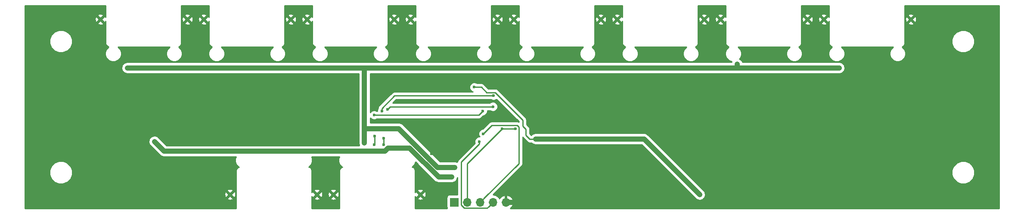
<source format=gbl>
G04 #@! TF.FileFunction,Copper,L2,Bot,Signal*
%FSLAX46Y46*%
G04 Gerber Fmt 4.6, Leading zero omitted, Abs format (unit mm)*
G04 Created by KiCad (PCBNEW 4.0.4-stable) date 03/09/17 09:34:18*
%MOMM*%
%LPD*%
G01*
G04 APERTURE LIST*
%ADD10C,0.100000*%
%ADD11C,0.900000*%
%ADD12R,1.700000X1.700000*%
%ADD13O,1.700000X1.700000*%
%ADD14C,0.600000*%
%ADD15C,1.000000*%
%ADD16C,0.250000*%
%ADD17C,0.254000*%
G04 APERTURE END LIST*
D10*
D11*
X69340000Y-62985000D03*
X52240000Y-62985000D03*
X77726000Y-97416000D03*
X94826000Y-97416000D03*
X98046000Y-97416000D03*
X115146000Y-97416000D03*
X89660000Y-62985000D03*
X72560000Y-62985000D03*
X109980000Y-62985000D03*
X92880000Y-62985000D03*
X130300000Y-62985000D03*
X113200000Y-62985000D03*
X150620000Y-62985000D03*
X133520000Y-62985000D03*
X170940000Y-62985000D03*
X153840000Y-62985000D03*
X191260000Y-62985000D03*
X174160000Y-62985000D03*
X211580000Y-62985000D03*
X194480000Y-62985000D03*
D12*
X121793000Y-98933000D03*
D13*
X124333000Y-98933000D03*
X126873000Y-98933000D03*
X129413000Y-98933000D03*
X131953000Y-98933000D03*
D14*
X121920000Y-92075000D03*
X177419000Y-71755000D03*
X104140004Y-84455000D03*
X77470000Y-72517000D03*
X97028000Y-72517000D03*
X117729000Y-72517000D03*
X136398000Y-72517000D03*
X156718000Y-72517000D03*
X197485000Y-72517000D03*
X57531000Y-72517000D03*
X104140000Y-87249000D03*
X144399000Y-88519000D03*
X151765000Y-92075000D03*
X117348000Y-89408000D03*
X119634000Y-83566000D03*
X125730000Y-76315000D03*
X121285000Y-93980000D03*
X62865000Y-86995000D03*
X137795000Y-86487000D03*
X170053000Y-97409000D03*
X133858000Y-84455000D03*
X131191000Y-84455000D03*
X107950000Y-87630000D03*
X107950000Y-86359986D03*
X106045000Y-87630000D03*
X106151768Y-85929977D03*
X127381000Y-81025999D03*
X106045000Y-81788000D03*
X107569000Y-81026000D03*
X129539998Y-77978000D03*
X108712000Y-80645000D03*
X129413000Y-80137000D03*
X127508000Y-85471000D03*
X126746000Y-86995000D03*
D15*
X118534998Y-92075000D02*
X121495736Y-92075000D01*
X110914998Y-84455000D02*
X118534998Y-92075000D01*
X104140004Y-84455000D02*
X110914998Y-84455000D01*
X121495736Y-92075000D02*
X121920000Y-92075000D01*
X177419000Y-71755000D02*
X177419000Y-72390000D01*
X177419000Y-72390000D02*
X177292000Y-72517000D01*
X104140004Y-84030736D02*
X104140004Y-84455000D01*
X104140004Y-72517004D02*
X104140004Y-84030736D01*
X104140000Y-72517000D02*
X104140004Y-72517004D01*
X104140000Y-84455004D02*
X104140004Y-84455000D01*
X104140000Y-87249000D02*
X104140000Y-84455004D01*
X97028000Y-72517000D02*
X104140000Y-72517000D01*
X104140000Y-72517000D02*
X117729000Y-72517000D01*
X76962000Y-72517000D02*
X97028000Y-72517000D01*
X57531000Y-72517000D02*
X76962000Y-72517000D01*
X76962000Y-72517000D02*
X77470000Y-72517000D01*
X117729000Y-72517000D02*
X136398000Y-72517000D01*
X136398000Y-72517000D02*
X156718000Y-72517000D01*
X156718000Y-72517000D02*
X177292000Y-72517000D01*
X177292000Y-72517000D02*
X197485000Y-72517000D01*
X131953000Y-98933000D02*
X133985000Y-98933000D01*
X133985000Y-98933000D02*
X144399000Y-88519000D01*
X147655001Y-91775001D02*
X144399000Y-88519000D01*
X151765000Y-92075000D02*
X151465001Y-91775001D01*
X151465001Y-91775001D02*
X147655001Y-91775001D01*
D16*
X117348000Y-88983736D02*
X117348000Y-89408000D01*
X117348000Y-85852000D02*
X117348000Y-88983736D01*
X119634000Y-83566000D02*
X117348000Y-85852000D01*
X135890000Y-85725000D02*
X136652000Y-86487000D01*
X136652000Y-86487000D02*
X137795000Y-86487000D01*
X135890000Y-84582000D02*
X135890000Y-85725000D01*
X135255000Y-82768000D02*
X135255000Y-83947000D01*
X135255000Y-83947000D02*
X135890000Y-84582000D01*
X127115000Y-76315000D02*
X128152999Y-77352999D01*
X128152999Y-77352999D02*
X129839999Y-77352999D01*
X129839999Y-77352999D02*
X135255000Y-82768000D01*
X125730000Y-76315000D02*
X127115000Y-76315000D01*
D15*
X121285000Y-93980000D02*
X118742928Y-93980000D01*
X118742928Y-93980000D02*
X113027928Y-88265000D01*
X113027928Y-88265000D02*
X108795002Y-88265000D01*
X108795002Y-88265000D02*
X108160002Y-88900000D01*
X108160002Y-88900000D02*
X64770000Y-88900000D01*
X64770000Y-88900000D02*
X62865000Y-86995000D01*
X62865000Y-86995000D02*
X64771036Y-88901036D01*
X170053000Y-97409000D02*
X159131000Y-86487000D01*
X159131000Y-86487000D02*
X137795000Y-86487000D01*
D16*
X133858000Y-84455000D02*
X131191000Y-84455000D01*
X131191000Y-84455000D02*
X124333000Y-91313000D01*
X124333000Y-91313000D02*
X124333000Y-98933000D01*
X107950000Y-86359986D02*
X107950000Y-87630000D01*
X106151768Y-87523232D02*
X106045000Y-87630000D01*
X106151768Y-85929977D02*
X106151768Y-87523232D01*
X126618999Y-81788000D02*
X127081001Y-81325998D01*
X106045000Y-81788000D02*
X126618999Y-81788000D01*
X127081001Y-81325998D02*
X127381000Y-81025999D01*
X107569000Y-80601736D02*
X107569000Y-81026000D01*
X107569000Y-80474736D02*
X107569000Y-80601736D01*
X110065736Y-77978000D02*
X107569000Y-80474736D01*
X129539998Y-77978000D02*
X110065736Y-77978000D01*
X109220000Y-80137000D02*
X109011999Y-80345001D01*
X109011999Y-80345001D02*
X108712000Y-80645000D01*
X129413000Y-80137000D02*
X109220000Y-80137000D01*
X127508000Y-85471000D02*
X129149001Y-83829999D01*
X129149001Y-83829999D02*
X134158001Y-83829999D01*
X134158001Y-83829999D02*
X134483001Y-84154999D01*
X134483001Y-84154999D02*
X134483001Y-91322999D01*
X134483001Y-91322999D02*
X127722999Y-98083001D01*
X127722999Y-98083001D02*
X126873000Y-98933000D01*
X126746000Y-86995000D02*
X126746000Y-87419264D01*
X123157999Y-99497001D02*
X123768999Y-100108001D01*
X126746000Y-87419264D02*
X123157999Y-91007265D01*
X123157999Y-91007265D02*
X123157999Y-99497001D01*
X123768999Y-100108001D02*
X128237999Y-100108001D01*
X128237999Y-100108001D02*
X128563001Y-99782999D01*
X128563001Y-99782999D02*
X129413000Y-98933000D01*
D17*
G36*
X195505000Y-62589765D02*
X195443712Y-62441803D01*
X195233745Y-62410860D01*
X194659605Y-62985000D01*
X195233745Y-63559140D01*
X195443712Y-63528197D01*
X195505000Y-63341325D01*
X195505000Y-67691000D01*
X195559046Y-67962705D01*
X195712954Y-68193046D01*
X195943295Y-68346954D01*
X196099418Y-68378009D01*
X196093343Y-68380519D01*
X195647086Y-68825997D01*
X195405276Y-69408341D01*
X195404725Y-70038893D01*
X195645519Y-70621657D01*
X196090997Y-71067914D01*
X196673341Y-71309724D01*
X197303893Y-71310275D01*
X197886657Y-71069481D01*
X198332914Y-70624003D01*
X198574724Y-70041659D01*
X198575275Y-69411107D01*
X198334481Y-68828343D01*
X197907884Y-68401000D01*
X208062826Y-68401000D01*
X207637086Y-68825997D01*
X207395276Y-69408341D01*
X207394725Y-70038893D01*
X207635519Y-70621657D01*
X208080997Y-71067914D01*
X208663341Y-71309724D01*
X209293893Y-71310275D01*
X209876657Y-71069481D01*
X210322914Y-70624003D01*
X210564724Y-70041659D01*
X210565275Y-69411107D01*
X210324481Y-68828343D01*
X209879003Y-68382086D01*
X209844374Y-68367707D01*
X209948705Y-68346954D01*
X210179046Y-68193046D01*
X210332954Y-67962705D01*
X210374743Y-67752619D01*
X219633613Y-67752619D01*
X219973155Y-68574372D01*
X220601321Y-69203636D01*
X221422481Y-69544611D01*
X222311619Y-69545387D01*
X223133372Y-69205845D01*
X223762636Y-68577679D01*
X224103611Y-67756519D01*
X224104387Y-66867381D01*
X223764845Y-66045628D01*
X223136679Y-65416364D01*
X222315519Y-65075389D01*
X221426381Y-65074613D01*
X220604628Y-65414155D01*
X219975364Y-66042321D01*
X219634389Y-66863481D01*
X219633613Y-67752619D01*
X210374743Y-67752619D01*
X210387000Y-67691000D01*
X210387000Y-63738745D01*
X211005860Y-63738745D01*
X211036803Y-63948712D01*
X211446948Y-64083226D01*
X211877349Y-64050546D01*
X212123197Y-63948712D01*
X212154140Y-63738745D01*
X211580000Y-63164605D01*
X211005860Y-63738745D01*
X210387000Y-63738745D01*
X210387000Y-62851948D01*
X210481774Y-62851948D01*
X210514454Y-63282349D01*
X210616288Y-63528197D01*
X210826255Y-63559140D01*
X211400395Y-62985000D01*
X211759605Y-62985000D01*
X212333745Y-63559140D01*
X212543712Y-63528197D01*
X212678226Y-63118052D01*
X212645546Y-62687651D01*
X212543712Y-62441803D01*
X212333745Y-62410860D01*
X211759605Y-62985000D01*
X211400395Y-62985000D01*
X210826255Y-62410860D01*
X210616288Y-62441803D01*
X210481774Y-62851948D01*
X210387000Y-62851948D01*
X210387000Y-62231255D01*
X211005860Y-62231255D01*
X211580000Y-62805395D01*
X212154140Y-62231255D01*
X212123197Y-62021288D01*
X211713052Y-61886774D01*
X211282651Y-61919454D01*
X211036803Y-62021288D01*
X211005860Y-62231255D01*
X210387000Y-62231255D01*
X210387000Y-60273000D01*
X228906000Y-60273000D01*
X228906000Y-100128000D01*
X132804026Y-100128000D01*
X133148183Y-99814358D01*
X133394486Y-99289892D01*
X133273819Y-99060000D01*
X132080000Y-99060000D01*
X132080000Y-99080000D01*
X131826000Y-99080000D01*
X131826000Y-99060000D01*
X131806000Y-99060000D01*
X131806000Y-98806000D01*
X131826000Y-98806000D01*
X131826000Y-97612845D01*
X132080000Y-97612845D01*
X132080000Y-98806000D01*
X133273819Y-98806000D01*
X133394486Y-98576108D01*
X133148183Y-98051642D01*
X132719924Y-97661355D01*
X132309890Y-97491524D01*
X132080000Y-97612845D01*
X131826000Y-97612845D01*
X131596110Y-97491524D01*
X131186076Y-97661355D01*
X130757817Y-98051642D01*
X130690702Y-98194553D01*
X130463054Y-97853853D01*
X129981285Y-97531946D01*
X129453783Y-97427019D01*
X135020403Y-91860400D01*
X135185149Y-91613838D01*
X135243001Y-91322999D01*
X135243001Y-86098376D01*
X135352599Y-86262401D01*
X136114599Y-87024401D01*
X136361161Y-87189148D01*
X136652000Y-87247000D01*
X136963992Y-87247000D01*
X136992434Y-87289566D01*
X137360654Y-87535603D01*
X137795000Y-87622000D01*
X158660868Y-87622000D01*
X169250434Y-98211567D01*
X169618655Y-98457604D01*
X170053000Y-98544000D01*
X170487346Y-98457604D01*
X170855567Y-98211567D01*
X171101604Y-97843346D01*
X171188000Y-97409000D01*
X171101604Y-96974655D01*
X170855567Y-96606434D01*
X167782752Y-93533619D01*
X219633613Y-93533619D01*
X219973155Y-94355372D01*
X220601321Y-94984636D01*
X221422481Y-95325611D01*
X222311619Y-95326387D01*
X223133372Y-94986845D01*
X223762636Y-94358679D01*
X224103611Y-93537519D01*
X224104387Y-92648381D01*
X223764845Y-91826628D01*
X223136679Y-91197364D01*
X222315519Y-90856389D01*
X221426381Y-90855613D01*
X220604628Y-91195155D01*
X219975364Y-91823321D01*
X219634389Y-92644481D01*
X219633613Y-93533619D01*
X167782752Y-93533619D01*
X159933566Y-85684434D01*
X159865776Y-85639138D01*
X159565346Y-85438397D01*
X159131000Y-85352000D01*
X137795000Y-85352000D01*
X137360654Y-85438397D01*
X136992434Y-85684434D01*
X136965118Y-85725316D01*
X136650000Y-85410198D01*
X136650000Y-84582000D01*
X136592148Y-84291161D01*
X136427401Y-84044599D01*
X136015000Y-83632198D01*
X136015000Y-82768000D01*
X135957148Y-82477161D01*
X135792401Y-82230599D01*
X130377400Y-76815598D01*
X130130838Y-76650851D01*
X129839999Y-76592999D01*
X128467801Y-76592999D01*
X127652401Y-75777599D01*
X127405839Y-75612852D01*
X127115000Y-75555000D01*
X126292463Y-75555000D01*
X126260327Y-75522808D01*
X125916799Y-75380162D01*
X125544833Y-75379838D01*
X125201057Y-75521883D01*
X124937808Y-75784673D01*
X124795162Y-76128201D01*
X124794838Y-76500167D01*
X124936883Y-76843943D01*
X125199673Y-77107192D01*
X125466527Y-77218000D01*
X110065736Y-77218000D01*
X109774897Y-77275852D01*
X109528335Y-77440599D01*
X107031599Y-79937335D01*
X106866852Y-80183897D01*
X106811780Y-80460762D01*
X106776808Y-80495673D01*
X106634162Y-80839201D01*
X106633998Y-81028000D01*
X106607463Y-81028000D01*
X106575327Y-80995808D01*
X106231799Y-80853162D01*
X105859833Y-80852838D01*
X105516057Y-80994883D01*
X105275004Y-81235516D01*
X105275004Y-73652000D01*
X197485000Y-73652000D01*
X197919346Y-73565603D01*
X198287566Y-73319566D01*
X198533603Y-72951346D01*
X198620000Y-72517000D01*
X198533603Y-72082654D01*
X198287566Y-71714434D01*
X197919346Y-71468397D01*
X197485000Y-71382000D01*
X178479806Y-71382000D01*
X178467603Y-71320654D01*
X178221566Y-70952434D01*
X177899490Y-70737229D01*
X178012914Y-70624003D01*
X178254724Y-70041659D01*
X178255275Y-69411107D01*
X178014481Y-68828343D01*
X177587884Y-68401000D01*
X187742826Y-68401000D01*
X187317086Y-68825997D01*
X187075276Y-69408341D01*
X187074725Y-70038893D01*
X187315519Y-70621657D01*
X187760997Y-71067914D01*
X188343341Y-71309724D01*
X188973893Y-71310275D01*
X189556657Y-71069481D01*
X190002914Y-70624003D01*
X190244724Y-70041659D01*
X190245275Y-69411107D01*
X190004481Y-68828343D01*
X189559003Y-68382086D01*
X189524374Y-68367707D01*
X189628705Y-68346954D01*
X189859046Y-68193046D01*
X190012954Y-67962705D01*
X190067000Y-67691000D01*
X190067000Y-63738745D01*
X190685860Y-63738745D01*
X190716803Y-63948712D01*
X191126948Y-64083226D01*
X191557349Y-64050546D01*
X191803197Y-63948712D01*
X191834140Y-63738745D01*
X193905860Y-63738745D01*
X193936803Y-63948712D01*
X194346948Y-64083226D01*
X194777349Y-64050546D01*
X195023197Y-63948712D01*
X195054140Y-63738745D01*
X194480000Y-63164605D01*
X193905860Y-63738745D01*
X191834140Y-63738745D01*
X191260000Y-63164605D01*
X190685860Y-63738745D01*
X190067000Y-63738745D01*
X190067000Y-62851948D01*
X190161774Y-62851948D01*
X190194454Y-63282349D01*
X190296288Y-63528197D01*
X190506255Y-63559140D01*
X191080395Y-62985000D01*
X191439605Y-62985000D01*
X192013745Y-63559140D01*
X192223712Y-63528197D01*
X192358226Y-63118052D01*
X192338021Y-62851948D01*
X193381774Y-62851948D01*
X193414454Y-63282349D01*
X193516288Y-63528197D01*
X193726255Y-63559140D01*
X194300395Y-62985000D01*
X193726255Y-62410860D01*
X193516288Y-62441803D01*
X193381774Y-62851948D01*
X192338021Y-62851948D01*
X192325546Y-62687651D01*
X192223712Y-62441803D01*
X192013745Y-62410860D01*
X191439605Y-62985000D01*
X191080395Y-62985000D01*
X190506255Y-62410860D01*
X190296288Y-62441803D01*
X190161774Y-62851948D01*
X190067000Y-62851948D01*
X190067000Y-62231255D01*
X190685860Y-62231255D01*
X191260000Y-62805395D01*
X191834140Y-62231255D01*
X193905860Y-62231255D01*
X194480000Y-62805395D01*
X195054140Y-62231255D01*
X195023197Y-62021288D01*
X194613052Y-61886774D01*
X194182651Y-61919454D01*
X193936803Y-62021288D01*
X193905860Y-62231255D01*
X191834140Y-62231255D01*
X191803197Y-62021288D01*
X191393052Y-61886774D01*
X190962651Y-61919454D01*
X190716803Y-62021288D01*
X190685860Y-62231255D01*
X190067000Y-62231255D01*
X190067000Y-60273000D01*
X195505000Y-60273000D01*
X195505000Y-62589765D01*
X195505000Y-62589765D01*
G37*
X195505000Y-62589765D02*
X195443712Y-62441803D01*
X195233745Y-62410860D01*
X194659605Y-62985000D01*
X195233745Y-63559140D01*
X195443712Y-63528197D01*
X195505000Y-63341325D01*
X195505000Y-67691000D01*
X195559046Y-67962705D01*
X195712954Y-68193046D01*
X195943295Y-68346954D01*
X196099418Y-68378009D01*
X196093343Y-68380519D01*
X195647086Y-68825997D01*
X195405276Y-69408341D01*
X195404725Y-70038893D01*
X195645519Y-70621657D01*
X196090997Y-71067914D01*
X196673341Y-71309724D01*
X197303893Y-71310275D01*
X197886657Y-71069481D01*
X198332914Y-70624003D01*
X198574724Y-70041659D01*
X198575275Y-69411107D01*
X198334481Y-68828343D01*
X197907884Y-68401000D01*
X208062826Y-68401000D01*
X207637086Y-68825997D01*
X207395276Y-69408341D01*
X207394725Y-70038893D01*
X207635519Y-70621657D01*
X208080997Y-71067914D01*
X208663341Y-71309724D01*
X209293893Y-71310275D01*
X209876657Y-71069481D01*
X210322914Y-70624003D01*
X210564724Y-70041659D01*
X210565275Y-69411107D01*
X210324481Y-68828343D01*
X209879003Y-68382086D01*
X209844374Y-68367707D01*
X209948705Y-68346954D01*
X210179046Y-68193046D01*
X210332954Y-67962705D01*
X210374743Y-67752619D01*
X219633613Y-67752619D01*
X219973155Y-68574372D01*
X220601321Y-69203636D01*
X221422481Y-69544611D01*
X222311619Y-69545387D01*
X223133372Y-69205845D01*
X223762636Y-68577679D01*
X224103611Y-67756519D01*
X224104387Y-66867381D01*
X223764845Y-66045628D01*
X223136679Y-65416364D01*
X222315519Y-65075389D01*
X221426381Y-65074613D01*
X220604628Y-65414155D01*
X219975364Y-66042321D01*
X219634389Y-66863481D01*
X219633613Y-67752619D01*
X210374743Y-67752619D01*
X210387000Y-67691000D01*
X210387000Y-63738745D01*
X211005860Y-63738745D01*
X211036803Y-63948712D01*
X211446948Y-64083226D01*
X211877349Y-64050546D01*
X212123197Y-63948712D01*
X212154140Y-63738745D01*
X211580000Y-63164605D01*
X211005860Y-63738745D01*
X210387000Y-63738745D01*
X210387000Y-62851948D01*
X210481774Y-62851948D01*
X210514454Y-63282349D01*
X210616288Y-63528197D01*
X210826255Y-63559140D01*
X211400395Y-62985000D01*
X211759605Y-62985000D01*
X212333745Y-63559140D01*
X212543712Y-63528197D01*
X212678226Y-63118052D01*
X212645546Y-62687651D01*
X212543712Y-62441803D01*
X212333745Y-62410860D01*
X211759605Y-62985000D01*
X211400395Y-62985000D01*
X210826255Y-62410860D01*
X210616288Y-62441803D01*
X210481774Y-62851948D01*
X210387000Y-62851948D01*
X210387000Y-62231255D01*
X211005860Y-62231255D01*
X211580000Y-62805395D01*
X212154140Y-62231255D01*
X212123197Y-62021288D01*
X211713052Y-61886774D01*
X211282651Y-61919454D01*
X211036803Y-62021288D01*
X211005860Y-62231255D01*
X210387000Y-62231255D01*
X210387000Y-60273000D01*
X228906000Y-60273000D01*
X228906000Y-100128000D01*
X132804026Y-100128000D01*
X133148183Y-99814358D01*
X133394486Y-99289892D01*
X133273819Y-99060000D01*
X132080000Y-99060000D01*
X132080000Y-99080000D01*
X131826000Y-99080000D01*
X131826000Y-99060000D01*
X131806000Y-99060000D01*
X131806000Y-98806000D01*
X131826000Y-98806000D01*
X131826000Y-97612845D01*
X132080000Y-97612845D01*
X132080000Y-98806000D01*
X133273819Y-98806000D01*
X133394486Y-98576108D01*
X133148183Y-98051642D01*
X132719924Y-97661355D01*
X132309890Y-97491524D01*
X132080000Y-97612845D01*
X131826000Y-97612845D01*
X131596110Y-97491524D01*
X131186076Y-97661355D01*
X130757817Y-98051642D01*
X130690702Y-98194553D01*
X130463054Y-97853853D01*
X129981285Y-97531946D01*
X129453783Y-97427019D01*
X135020403Y-91860400D01*
X135185149Y-91613838D01*
X135243001Y-91322999D01*
X135243001Y-86098376D01*
X135352599Y-86262401D01*
X136114599Y-87024401D01*
X136361161Y-87189148D01*
X136652000Y-87247000D01*
X136963992Y-87247000D01*
X136992434Y-87289566D01*
X137360654Y-87535603D01*
X137795000Y-87622000D01*
X158660868Y-87622000D01*
X169250434Y-98211567D01*
X169618655Y-98457604D01*
X170053000Y-98544000D01*
X170487346Y-98457604D01*
X170855567Y-98211567D01*
X171101604Y-97843346D01*
X171188000Y-97409000D01*
X171101604Y-96974655D01*
X170855567Y-96606434D01*
X167782752Y-93533619D01*
X219633613Y-93533619D01*
X219973155Y-94355372D01*
X220601321Y-94984636D01*
X221422481Y-95325611D01*
X222311619Y-95326387D01*
X223133372Y-94986845D01*
X223762636Y-94358679D01*
X224103611Y-93537519D01*
X224104387Y-92648381D01*
X223764845Y-91826628D01*
X223136679Y-91197364D01*
X222315519Y-90856389D01*
X221426381Y-90855613D01*
X220604628Y-91195155D01*
X219975364Y-91823321D01*
X219634389Y-92644481D01*
X219633613Y-93533619D01*
X167782752Y-93533619D01*
X159933566Y-85684434D01*
X159865776Y-85639138D01*
X159565346Y-85438397D01*
X159131000Y-85352000D01*
X137795000Y-85352000D01*
X137360654Y-85438397D01*
X136992434Y-85684434D01*
X136965118Y-85725316D01*
X136650000Y-85410198D01*
X136650000Y-84582000D01*
X136592148Y-84291161D01*
X136427401Y-84044599D01*
X136015000Y-83632198D01*
X136015000Y-82768000D01*
X135957148Y-82477161D01*
X135792401Y-82230599D01*
X130377400Y-76815598D01*
X130130838Y-76650851D01*
X129839999Y-76592999D01*
X128467801Y-76592999D01*
X127652401Y-75777599D01*
X127405839Y-75612852D01*
X127115000Y-75555000D01*
X126292463Y-75555000D01*
X126260327Y-75522808D01*
X125916799Y-75380162D01*
X125544833Y-75379838D01*
X125201057Y-75521883D01*
X124937808Y-75784673D01*
X124795162Y-76128201D01*
X124794838Y-76500167D01*
X124936883Y-76843943D01*
X125199673Y-77107192D01*
X125466527Y-77218000D01*
X110065736Y-77218000D01*
X109774897Y-77275852D01*
X109528335Y-77440599D01*
X107031599Y-79937335D01*
X106866852Y-80183897D01*
X106811780Y-80460762D01*
X106776808Y-80495673D01*
X106634162Y-80839201D01*
X106633998Y-81028000D01*
X106607463Y-81028000D01*
X106575327Y-80995808D01*
X106231799Y-80853162D01*
X105859833Y-80852838D01*
X105516057Y-80994883D01*
X105275004Y-81235516D01*
X105275004Y-73652000D01*
X197485000Y-73652000D01*
X197919346Y-73565603D01*
X198287566Y-73319566D01*
X198533603Y-72951346D01*
X198620000Y-72517000D01*
X198533603Y-72082654D01*
X198287566Y-71714434D01*
X197919346Y-71468397D01*
X197485000Y-71382000D01*
X178479806Y-71382000D01*
X178467603Y-71320654D01*
X178221566Y-70952434D01*
X177899490Y-70737229D01*
X178012914Y-70624003D01*
X178254724Y-70041659D01*
X178255275Y-69411107D01*
X178014481Y-68828343D01*
X177587884Y-68401000D01*
X187742826Y-68401000D01*
X187317086Y-68825997D01*
X187075276Y-69408341D01*
X187074725Y-70038893D01*
X187315519Y-70621657D01*
X187760997Y-71067914D01*
X188343341Y-71309724D01*
X188973893Y-71310275D01*
X189556657Y-71069481D01*
X190002914Y-70624003D01*
X190244724Y-70041659D01*
X190245275Y-69411107D01*
X190004481Y-68828343D01*
X189559003Y-68382086D01*
X189524374Y-68367707D01*
X189628705Y-68346954D01*
X189859046Y-68193046D01*
X190012954Y-67962705D01*
X190067000Y-67691000D01*
X190067000Y-63738745D01*
X190685860Y-63738745D01*
X190716803Y-63948712D01*
X191126948Y-64083226D01*
X191557349Y-64050546D01*
X191803197Y-63948712D01*
X191834140Y-63738745D01*
X193905860Y-63738745D01*
X193936803Y-63948712D01*
X194346948Y-64083226D01*
X194777349Y-64050546D01*
X195023197Y-63948712D01*
X195054140Y-63738745D01*
X194480000Y-63164605D01*
X193905860Y-63738745D01*
X191834140Y-63738745D01*
X191260000Y-63164605D01*
X190685860Y-63738745D01*
X190067000Y-63738745D01*
X190067000Y-62851948D01*
X190161774Y-62851948D01*
X190194454Y-63282349D01*
X190296288Y-63528197D01*
X190506255Y-63559140D01*
X191080395Y-62985000D01*
X191439605Y-62985000D01*
X192013745Y-63559140D01*
X192223712Y-63528197D01*
X192358226Y-63118052D01*
X192338021Y-62851948D01*
X193381774Y-62851948D01*
X193414454Y-63282349D01*
X193516288Y-63528197D01*
X193726255Y-63559140D01*
X194300395Y-62985000D01*
X193726255Y-62410860D01*
X193516288Y-62441803D01*
X193381774Y-62851948D01*
X192338021Y-62851948D01*
X192325546Y-62687651D01*
X192223712Y-62441803D01*
X192013745Y-62410860D01*
X191439605Y-62985000D01*
X191080395Y-62985000D01*
X190506255Y-62410860D01*
X190296288Y-62441803D01*
X190161774Y-62851948D01*
X190067000Y-62851948D01*
X190067000Y-62231255D01*
X190685860Y-62231255D01*
X191260000Y-62805395D01*
X191834140Y-62231255D01*
X193905860Y-62231255D01*
X194480000Y-62805395D01*
X195054140Y-62231255D01*
X195023197Y-62021288D01*
X194613052Y-61886774D01*
X194182651Y-61919454D01*
X193936803Y-62021288D01*
X193905860Y-62231255D01*
X191834140Y-62231255D01*
X191803197Y-62021288D01*
X191393052Y-61886774D01*
X190962651Y-61919454D01*
X190716803Y-62021288D01*
X190685860Y-62231255D01*
X190067000Y-62231255D01*
X190067000Y-60273000D01*
X195505000Y-60273000D01*
X195505000Y-62589765D01*
G36*
X117940362Y-94782567D02*
X118308583Y-95028604D01*
X118742928Y-95115000D01*
X121285000Y-95115000D01*
X121719346Y-95028603D01*
X122087566Y-94782566D01*
X122333603Y-94414346D01*
X122397999Y-94090606D01*
X122397999Y-97435560D01*
X120943000Y-97435560D01*
X120707683Y-97479838D01*
X120491559Y-97618910D01*
X120346569Y-97831110D01*
X120295560Y-98083000D01*
X120295560Y-99783000D01*
X120339838Y-100018317D01*
X120410417Y-100128000D01*
X114121000Y-100128000D01*
X114121000Y-98169745D01*
X114571860Y-98169745D01*
X114602803Y-98379712D01*
X115012948Y-98514226D01*
X115443349Y-98481546D01*
X115689197Y-98379712D01*
X115720140Y-98169745D01*
X115146000Y-97595605D01*
X114571860Y-98169745D01*
X114121000Y-98169745D01*
X114121000Y-97811235D01*
X114182288Y-97959197D01*
X114392255Y-97990140D01*
X114966395Y-97416000D01*
X115325605Y-97416000D01*
X115899745Y-97990140D01*
X116109712Y-97959197D01*
X116244226Y-97549052D01*
X116211546Y-97118651D01*
X116109712Y-96872803D01*
X115899745Y-96841860D01*
X115325605Y-97416000D01*
X114966395Y-97416000D01*
X114392255Y-96841860D01*
X114182288Y-96872803D01*
X114121000Y-97059675D01*
X114121000Y-96662255D01*
X114571860Y-96662255D01*
X115146000Y-97236395D01*
X115720140Y-96662255D01*
X115689197Y-96452288D01*
X115279052Y-96317774D01*
X114848651Y-96350454D01*
X114602803Y-96452288D01*
X114571860Y-96662255D01*
X114121000Y-96662255D01*
X114121000Y-92710000D01*
X114066954Y-92438295D01*
X113913046Y-92207954D01*
X113682705Y-92054046D01*
X113526582Y-92022991D01*
X113532657Y-92020481D01*
X113978914Y-91575003D01*
X114200107Y-91042311D01*
X117940362Y-94782567D01*
X117940362Y-94782567D01*
G37*
X117940362Y-94782567D02*
X118308583Y-95028604D01*
X118742928Y-95115000D01*
X121285000Y-95115000D01*
X121719346Y-95028603D01*
X122087566Y-94782566D01*
X122333603Y-94414346D01*
X122397999Y-94090606D01*
X122397999Y-97435560D01*
X120943000Y-97435560D01*
X120707683Y-97479838D01*
X120491559Y-97618910D01*
X120346569Y-97831110D01*
X120295560Y-98083000D01*
X120295560Y-99783000D01*
X120339838Y-100018317D01*
X120410417Y-100128000D01*
X114121000Y-100128000D01*
X114121000Y-98169745D01*
X114571860Y-98169745D01*
X114602803Y-98379712D01*
X115012948Y-98514226D01*
X115443349Y-98481546D01*
X115689197Y-98379712D01*
X115720140Y-98169745D01*
X115146000Y-97595605D01*
X114571860Y-98169745D01*
X114121000Y-98169745D01*
X114121000Y-97811235D01*
X114182288Y-97959197D01*
X114392255Y-97990140D01*
X114966395Y-97416000D01*
X115325605Y-97416000D01*
X115899745Y-97990140D01*
X116109712Y-97959197D01*
X116244226Y-97549052D01*
X116211546Y-97118651D01*
X116109712Y-96872803D01*
X115899745Y-96841860D01*
X115325605Y-97416000D01*
X114966395Y-97416000D01*
X114392255Y-96841860D01*
X114182288Y-96872803D01*
X114121000Y-97059675D01*
X114121000Y-96662255D01*
X114571860Y-96662255D01*
X115146000Y-97236395D01*
X115720140Y-96662255D01*
X115689197Y-96452288D01*
X115279052Y-96317774D01*
X114848651Y-96350454D01*
X114602803Y-96452288D01*
X114571860Y-96662255D01*
X114121000Y-96662255D01*
X114121000Y-92710000D01*
X114066954Y-92438295D01*
X113913046Y-92207954D01*
X113682705Y-92054046D01*
X113526582Y-92022991D01*
X113532657Y-92020481D01*
X113978914Y-91575003D01*
X114200107Y-91042311D01*
X117940362Y-94782567D01*
G36*
X53265000Y-62589765D02*
X53203712Y-62441803D01*
X52993745Y-62410860D01*
X52419605Y-62985000D01*
X52993745Y-63559140D01*
X53203712Y-63528197D01*
X53265000Y-63341325D01*
X53265000Y-67691000D01*
X53319046Y-67962705D01*
X53472954Y-68193046D01*
X53703295Y-68346954D01*
X53859418Y-68378009D01*
X53853343Y-68380519D01*
X53407086Y-68825997D01*
X53165276Y-69408341D01*
X53164725Y-70038893D01*
X53405519Y-70621657D01*
X53850997Y-71067914D01*
X54433341Y-71309724D01*
X55063893Y-71310275D01*
X55646657Y-71069481D01*
X56092914Y-70624003D01*
X56334724Y-70041659D01*
X56335275Y-69411107D01*
X56094481Y-68828343D01*
X55667884Y-68401000D01*
X65822826Y-68401000D01*
X65397086Y-68825997D01*
X65155276Y-69408341D01*
X65154725Y-70038893D01*
X65395519Y-70621657D01*
X65840997Y-71067914D01*
X66423341Y-71309724D01*
X67053893Y-71310275D01*
X67636657Y-71069481D01*
X68082914Y-70624003D01*
X68324724Y-70041659D01*
X68325275Y-69411107D01*
X68084481Y-68828343D01*
X67639003Y-68382086D01*
X67604374Y-68367707D01*
X67708705Y-68346954D01*
X67939046Y-68193046D01*
X68092954Y-67962705D01*
X68147000Y-67691000D01*
X68147000Y-63738745D01*
X68765860Y-63738745D01*
X68796803Y-63948712D01*
X69206948Y-64083226D01*
X69637349Y-64050546D01*
X69883197Y-63948712D01*
X69914140Y-63738745D01*
X71985860Y-63738745D01*
X72016803Y-63948712D01*
X72426948Y-64083226D01*
X72857349Y-64050546D01*
X73103197Y-63948712D01*
X73134140Y-63738745D01*
X72560000Y-63164605D01*
X71985860Y-63738745D01*
X69914140Y-63738745D01*
X69340000Y-63164605D01*
X68765860Y-63738745D01*
X68147000Y-63738745D01*
X68147000Y-62851948D01*
X68241774Y-62851948D01*
X68274454Y-63282349D01*
X68376288Y-63528197D01*
X68586255Y-63559140D01*
X69160395Y-62985000D01*
X69519605Y-62985000D01*
X70093745Y-63559140D01*
X70303712Y-63528197D01*
X70438226Y-63118052D01*
X70418021Y-62851948D01*
X71461774Y-62851948D01*
X71494454Y-63282349D01*
X71596288Y-63528197D01*
X71806255Y-63559140D01*
X72380395Y-62985000D01*
X71806255Y-62410860D01*
X71596288Y-62441803D01*
X71461774Y-62851948D01*
X70418021Y-62851948D01*
X70405546Y-62687651D01*
X70303712Y-62441803D01*
X70093745Y-62410860D01*
X69519605Y-62985000D01*
X69160395Y-62985000D01*
X68586255Y-62410860D01*
X68376288Y-62441803D01*
X68241774Y-62851948D01*
X68147000Y-62851948D01*
X68147000Y-62231255D01*
X68765860Y-62231255D01*
X69340000Y-62805395D01*
X69914140Y-62231255D01*
X71985860Y-62231255D01*
X72560000Y-62805395D01*
X73134140Y-62231255D01*
X73103197Y-62021288D01*
X72693052Y-61886774D01*
X72262651Y-61919454D01*
X72016803Y-62021288D01*
X71985860Y-62231255D01*
X69914140Y-62231255D01*
X69883197Y-62021288D01*
X69473052Y-61886774D01*
X69042651Y-61919454D01*
X68796803Y-62021288D01*
X68765860Y-62231255D01*
X68147000Y-62231255D01*
X68147000Y-60273000D01*
X73585000Y-60273000D01*
X73585000Y-62589765D01*
X73523712Y-62441803D01*
X73313745Y-62410860D01*
X72739605Y-62985000D01*
X73313745Y-63559140D01*
X73523712Y-63528197D01*
X73585000Y-63341325D01*
X73585000Y-67691000D01*
X73639046Y-67962705D01*
X73792954Y-68193046D01*
X74023295Y-68346954D01*
X74179418Y-68378009D01*
X74173343Y-68380519D01*
X73727086Y-68825997D01*
X73485276Y-69408341D01*
X73484725Y-70038893D01*
X73725519Y-70621657D01*
X74170997Y-71067914D01*
X74753341Y-71309724D01*
X75383893Y-71310275D01*
X75966657Y-71069481D01*
X76412914Y-70624003D01*
X76654724Y-70041659D01*
X76655275Y-69411107D01*
X76414481Y-68828343D01*
X75987884Y-68401000D01*
X86142826Y-68401000D01*
X85717086Y-68825997D01*
X85475276Y-69408341D01*
X85474725Y-70038893D01*
X85715519Y-70621657D01*
X86160997Y-71067914D01*
X86743341Y-71309724D01*
X87373893Y-71310275D01*
X87956657Y-71069481D01*
X88402914Y-70624003D01*
X88644724Y-70041659D01*
X88645275Y-69411107D01*
X88404481Y-68828343D01*
X87959003Y-68382086D01*
X87924374Y-68367707D01*
X88028705Y-68346954D01*
X88259046Y-68193046D01*
X88412954Y-67962705D01*
X88467000Y-67691000D01*
X88467000Y-63738745D01*
X89085860Y-63738745D01*
X89116803Y-63948712D01*
X89526948Y-64083226D01*
X89957349Y-64050546D01*
X90203197Y-63948712D01*
X90234140Y-63738745D01*
X92305860Y-63738745D01*
X92336803Y-63948712D01*
X92746948Y-64083226D01*
X93177349Y-64050546D01*
X93423197Y-63948712D01*
X93454140Y-63738745D01*
X92880000Y-63164605D01*
X92305860Y-63738745D01*
X90234140Y-63738745D01*
X89660000Y-63164605D01*
X89085860Y-63738745D01*
X88467000Y-63738745D01*
X88467000Y-62851948D01*
X88561774Y-62851948D01*
X88594454Y-63282349D01*
X88696288Y-63528197D01*
X88906255Y-63559140D01*
X89480395Y-62985000D01*
X89839605Y-62985000D01*
X90413745Y-63559140D01*
X90623712Y-63528197D01*
X90758226Y-63118052D01*
X90738021Y-62851948D01*
X91781774Y-62851948D01*
X91814454Y-63282349D01*
X91916288Y-63528197D01*
X92126255Y-63559140D01*
X92700395Y-62985000D01*
X92126255Y-62410860D01*
X91916288Y-62441803D01*
X91781774Y-62851948D01*
X90738021Y-62851948D01*
X90725546Y-62687651D01*
X90623712Y-62441803D01*
X90413745Y-62410860D01*
X89839605Y-62985000D01*
X89480395Y-62985000D01*
X88906255Y-62410860D01*
X88696288Y-62441803D01*
X88561774Y-62851948D01*
X88467000Y-62851948D01*
X88467000Y-62231255D01*
X89085860Y-62231255D01*
X89660000Y-62805395D01*
X90234140Y-62231255D01*
X92305860Y-62231255D01*
X92880000Y-62805395D01*
X93454140Y-62231255D01*
X93423197Y-62021288D01*
X93013052Y-61886774D01*
X92582651Y-61919454D01*
X92336803Y-62021288D01*
X92305860Y-62231255D01*
X90234140Y-62231255D01*
X90203197Y-62021288D01*
X89793052Y-61886774D01*
X89362651Y-61919454D01*
X89116803Y-62021288D01*
X89085860Y-62231255D01*
X88467000Y-62231255D01*
X88467000Y-60273000D01*
X93905000Y-60273000D01*
X93905000Y-62589765D01*
X93843712Y-62441803D01*
X93633745Y-62410860D01*
X93059605Y-62985000D01*
X93633745Y-63559140D01*
X93843712Y-63528197D01*
X93905000Y-63341325D01*
X93905000Y-67691000D01*
X93959046Y-67962705D01*
X94112954Y-68193046D01*
X94343295Y-68346954D01*
X94499418Y-68378009D01*
X94493343Y-68380519D01*
X94047086Y-68825997D01*
X93805276Y-69408341D01*
X93804725Y-70038893D01*
X94045519Y-70621657D01*
X94490997Y-71067914D01*
X95073341Y-71309724D01*
X95703893Y-71310275D01*
X96286657Y-71069481D01*
X96732914Y-70624003D01*
X96974724Y-70041659D01*
X96975275Y-69411107D01*
X96734481Y-68828343D01*
X96307884Y-68401000D01*
X106462826Y-68401000D01*
X106037086Y-68825997D01*
X105795276Y-69408341D01*
X105794725Y-70038893D01*
X106035519Y-70621657D01*
X106480997Y-71067914D01*
X107063341Y-71309724D01*
X107693893Y-71310275D01*
X108276657Y-71069481D01*
X108722914Y-70624003D01*
X108964724Y-70041659D01*
X108965275Y-69411107D01*
X108724481Y-68828343D01*
X108279003Y-68382086D01*
X108244374Y-68367707D01*
X108348705Y-68346954D01*
X108579046Y-68193046D01*
X108732954Y-67962705D01*
X108787000Y-67691000D01*
X108787000Y-63738745D01*
X109405860Y-63738745D01*
X109436803Y-63948712D01*
X109846948Y-64083226D01*
X110277349Y-64050546D01*
X110523197Y-63948712D01*
X110554140Y-63738745D01*
X112625860Y-63738745D01*
X112656803Y-63948712D01*
X113066948Y-64083226D01*
X113497349Y-64050546D01*
X113743197Y-63948712D01*
X113774140Y-63738745D01*
X113200000Y-63164605D01*
X112625860Y-63738745D01*
X110554140Y-63738745D01*
X109980000Y-63164605D01*
X109405860Y-63738745D01*
X108787000Y-63738745D01*
X108787000Y-62851948D01*
X108881774Y-62851948D01*
X108914454Y-63282349D01*
X109016288Y-63528197D01*
X109226255Y-63559140D01*
X109800395Y-62985000D01*
X110159605Y-62985000D01*
X110733745Y-63559140D01*
X110943712Y-63528197D01*
X111078226Y-63118052D01*
X111058021Y-62851948D01*
X112101774Y-62851948D01*
X112134454Y-63282349D01*
X112236288Y-63528197D01*
X112446255Y-63559140D01*
X113020395Y-62985000D01*
X112446255Y-62410860D01*
X112236288Y-62441803D01*
X112101774Y-62851948D01*
X111058021Y-62851948D01*
X111045546Y-62687651D01*
X110943712Y-62441803D01*
X110733745Y-62410860D01*
X110159605Y-62985000D01*
X109800395Y-62985000D01*
X109226255Y-62410860D01*
X109016288Y-62441803D01*
X108881774Y-62851948D01*
X108787000Y-62851948D01*
X108787000Y-62231255D01*
X109405860Y-62231255D01*
X109980000Y-62805395D01*
X110554140Y-62231255D01*
X112625860Y-62231255D01*
X113200000Y-62805395D01*
X113774140Y-62231255D01*
X113743197Y-62021288D01*
X113333052Y-61886774D01*
X112902651Y-61919454D01*
X112656803Y-62021288D01*
X112625860Y-62231255D01*
X110554140Y-62231255D01*
X110523197Y-62021288D01*
X110113052Y-61886774D01*
X109682651Y-61919454D01*
X109436803Y-62021288D01*
X109405860Y-62231255D01*
X108787000Y-62231255D01*
X108787000Y-60273000D01*
X114225000Y-60273000D01*
X114225000Y-62589765D01*
X114163712Y-62441803D01*
X113953745Y-62410860D01*
X113379605Y-62985000D01*
X113953745Y-63559140D01*
X114163712Y-63528197D01*
X114225000Y-63341325D01*
X114225000Y-67691000D01*
X114279046Y-67962705D01*
X114432954Y-68193046D01*
X114663295Y-68346954D01*
X114819418Y-68378009D01*
X114813343Y-68380519D01*
X114367086Y-68825997D01*
X114125276Y-69408341D01*
X114124725Y-70038893D01*
X114365519Y-70621657D01*
X114810997Y-71067914D01*
X115393341Y-71309724D01*
X116023893Y-71310275D01*
X116606657Y-71069481D01*
X117052914Y-70624003D01*
X117294724Y-70041659D01*
X117295275Y-69411107D01*
X117054481Y-68828343D01*
X116627884Y-68401000D01*
X126782826Y-68401000D01*
X126357086Y-68825997D01*
X126115276Y-69408341D01*
X126114725Y-70038893D01*
X126355519Y-70621657D01*
X126800997Y-71067914D01*
X127383341Y-71309724D01*
X128013893Y-71310275D01*
X128596657Y-71069481D01*
X129042914Y-70624003D01*
X129284724Y-70041659D01*
X129285275Y-69411107D01*
X129044481Y-68828343D01*
X128599003Y-68382086D01*
X128564374Y-68367707D01*
X128668705Y-68346954D01*
X128899046Y-68193046D01*
X129052954Y-67962705D01*
X129107000Y-67691000D01*
X129107000Y-63738745D01*
X129725860Y-63738745D01*
X129756803Y-63948712D01*
X130166948Y-64083226D01*
X130597349Y-64050546D01*
X130843197Y-63948712D01*
X130874140Y-63738745D01*
X132945860Y-63738745D01*
X132976803Y-63948712D01*
X133386948Y-64083226D01*
X133817349Y-64050546D01*
X134063197Y-63948712D01*
X134094140Y-63738745D01*
X133520000Y-63164605D01*
X132945860Y-63738745D01*
X130874140Y-63738745D01*
X130300000Y-63164605D01*
X129725860Y-63738745D01*
X129107000Y-63738745D01*
X129107000Y-62851948D01*
X129201774Y-62851948D01*
X129234454Y-63282349D01*
X129336288Y-63528197D01*
X129546255Y-63559140D01*
X130120395Y-62985000D01*
X130479605Y-62985000D01*
X131053745Y-63559140D01*
X131263712Y-63528197D01*
X131398226Y-63118052D01*
X131378021Y-62851948D01*
X132421774Y-62851948D01*
X132454454Y-63282349D01*
X132556288Y-63528197D01*
X132766255Y-63559140D01*
X133340395Y-62985000D01*
X132766255Y-62410860D01*
X132556288Y-62441803D01*
X132421774Y-62851948D01*
X131378021Y-62851948D01*
X131365546Y-62687651D01*
X131263712Y-62441803D01*
X131053745Y-62410860D01*
X130479605Y-62985000D01*
X130120395Y-62985000D01*
X129546255Y-62410860D01*
X129336288Y-62441803D01*
X129201774Y-62851948D01*
X129107000Y-62851948D01*
X129107000Y-62231255D01*
X129725860Y-62231255D01*
X130300000Y-62805395D01*
X130874140Y-62231255D01*
X132945860Y-62231255D01*
X133520000Y-62805395D01*
X134094140Y-62231255D01*
X134063197Y-62021288D01*
X133653052Y-61886774D01*
X133222651Y-61919454D01*
X132976803Y-62021288D01*
X132945860Y-62231255D01*
X130874140Y-62231255D01*
X130843197Y-62021288D01*
X130433052Y-61886774D01*
X130002651Y-61919454D01*
X129756803Y-62021288D01*
X129725860Y-62231255D01*
X129107000Y-62231255D01*
X129107000Y-60273000D01*
X134545000Y-60273000D01*
X134545000Y-62589765D01*
X134483712Y-62441803D01*
X134273745Y-62410860D01*
X133699605Y-62985000D01*
X134273745Y-63559140D01*
X134483712Y-63528197D01*
X134545000Y-63341325D01*
X134545000Y-67691000D01*
X134599046Y-67962705D01*
X134752954Y-68193046D01*
X134983295Y-68346954D01*
X135139418Y-68378009D01*
X135133343Y-68380519D01*
X134687086Y-68825997D01*
X134445276Y-69408341D01*
X134444725Y-70038893D01*
X134685519Y-70621657D01*
X135130997Y-71067914D01*
X135713341Y-71309724D01*
X136343893Y-71310275D01*
X136926657Y-71069481D01*
X137372914Y-70624003D01*
X137614724Y-70041659D01*
X137615275Y-69411107D01*
X137374481Y-68828343D01*
X136947884Y-68401000D01*
X147102826Y-68401000D01*
X146677086Y-68825997D01*
X146435276Y-69408341D01*
X146434725Y-70038893D01*
X146675519Y-70621657D01*
X147120997Y-71067914D01*
X147703341Y-71309724D01*
X148333893Y-71310275D01*
X148916657Y-71069481D01*
X149362914Y-70624003D01*
X149604724Y-70041659D01*
X149605275Y-69411107D01*
X149364481Y-68828343D01*
X148919003Y-68382086D01*
X148884374Y-68367707D01*
X148988705Y-68346954D01*
X149219046Y-68193046D01*
X149372954Y-67962705D01*
X149427000Y-67691000D01*
X149427000Y-63738745D01*
X150045860Y-63738745D01*
X150076803Y-63948712D01*
X150486948Y-64083226D01*
X150917349Y-64050546D01*
X151163197Y-63948712D01*
X151194140Y-63738745D01*
X153265860Y-63738745D01*
X153296803Y-63948712D01*
X153706948Y-64083226D01*
X154137349Y-64050546D01*
X154383197Y-63948712D01*
X154414140Y-63738745D01*
X153840000Y-63164605D01*
X153265860Y-63738745D01*
X151194140Y-63738745D01*
X150620000Y-63164605D01*
X150045860Y-63738745D01*
X149427000Y-63738745D01*
X149427000Y-62851948D01*
X149521774Y-62851948D01*
X149554454Y-63282349D01*
X149656288Y-63528197D01*
X149866255Y-63559140D01*
X150440395Y-62985000D01*
X150799605Y-62985000D01*
X151373745Y-63559140D01*
X151583712Y-63528197D01*
X151718226Y-63118052D01*
X151698021Y-62851948D01*
X152741774Y-62851948D01*
X152774454Y-63282349D01*
X152876288Y-63528197D01*
X153086255Y-63559140D01*
X153660395Y-62985000D01*
X153086255Y-62410860D01*
X152876288Y-62441803D01*
X152741774Y-62851948D01*
X151698021Y-62851948D01*
X151685546Y-62687651D01*
X151583712Y-62441803D01*
X151373745Y-62410860D01*
X150799605Y-62985000D01*
X150440395Y-62985000D01*
X149866255Y-62410860D01*
X149656288Y-62441803D01*
X149521774Y-62851948D01*
X149427000Y-62851948D01*
X149427000Y-62231255D01*
X150045860Y-62231255D01*
X150620000Y-62805395D01*
X151194140Y-62231255D01*
X153265860Y-62231255D01*
X153840000Y-62805395D01*
X154414140Y-62231255D01*
X154383197Y-62021288D01*
X153973052Y-61886774D01*
X153542651Y-61919454D01*
X153296803Y-62021288D01*
X153265860Y-62231255D01*
X151194140Y-62231255D01*
X151163197Y-62021288D01*
X150753052Y-61886774D01*
X150322651Y-61919454D01*
X150076803Y-62021288D01*
X150045860Y-62231255D01*
X149427000Y-62231255D01*
X149427000Y-60273000D01*
X154865000Y-60273000D01*
X154865000Y-62589765D01*
X154803712Y-62441803D01*
X154593745Y-62410860D01*
X154019605Y-62985000D01*
X154593745Y-63559140D01*
X154803712Y-63528197D01*
X154865000Y-63341325D01*
X154865000Y-67691000D01*
X154919046Y-67962705D01*
X155072954Y-68193046D01*
X155303295Y-68346954D01*
X155459418Y-68378009D01*
X155453343Y-68380519D01*
X155007086Y-68825997D01*
X154765276Y-69408341D01*
X154764725Y-70038893D01*
X155005519Y-70621657D01*
X155450997Y-71067914D01*
X156033341Y-71309724D01*
X156663893Y-71310275D01*
X157246657Y-71069481D01*
X157692914Y-70624003D01*
X157934724Y-70041659D01*
X157935275Y-69411107D01*
X157694481Y-68828343D01*
X157267884Y-68401000D01*
X167422826Y-68401000D01*
X166997086Y-68825997D01*
X166755276Y-69408341D01*
X166754725Y-70038893D01*
X166995519Y-70621657D01*
X167440997Y-71067914D01*
X168023341Y-71309724D01*
X168653893Y-71310275D01*
X169236657Y-71069481D01*
X169682914Y-70624003D01*
X169924724Y-70041659D01*
X169925275Y-69411107D01*
X169684481Y-68828343D01*
X169239003Y-68382086D01*
X169204374Y-68367707D01*
X169308705Y-68346954D01*
X169539046Y-68193046D01*
X169692954Y-67962705D01*
X169747000Y-67691000D01*
X169747000Y-63738745D01*
X170365860Y-63738745D01*
X170396803Y-63948712D01*
X170806948Y-64083226D01*
X171237349Y-64050546D01*
X171483197Y-63948712D01*
X171514140Y-63738745D01*
X173585860Y-63738745D01*
X173616803Y-63948712D01*
X174026948Y-64083226D01*
X174457349Y-64050546D01*
X174703197Y-63948712D01*
X174734140Y-63738745D01*
X174160000Y-63164605D01*
X173585860Y-63738745D01*
X171514140Y-63738745D01*
X170940000Y-63164605D01*
X170365860Y-63738745D01*
X169747000Y-63738745D01*
X169747000Y-62851948D01*
X169841774Y-62851948D01*
X169874454Y-63282349D01*
X169976288Y-63528197D01*
X170186255Y-63559140D01*
X170760395Y-62985000D01*
X171119605Y-62985000D01*
X171693745Y-63559140D01*
X171903712Y-63528197D01*
X172038226Y-63118052D01*
X172018021Y-62851948D01*
X173061774Y-62851948D01*
X173094454Y-63282349D01*
X173196288Y-63528197D01*
X173406255Y-63559140D01*
X173980395Y-62985000D01*
X173406255Y-62410860D01*
X173196288Y-62441803D01*
X173061774Y-62851948D01*
X172018021Y-62851948D01*
X172005546Y-62687651D01*
X171903712Y-62441803D01*
X171693745Y-62410860D01*
X171119605Y-62985000D01*
X170760395Y-62985000D01*
X170186255Y-62410860D01*
X169976288Y-62441803D01*
X169841774Y-62851948D01*
X169747000Y-62851948D01*
X169747000Y-62231255D01*
X170365860Y-62231255D01*
X170940000Y-62805395D01*
X171514140Y-62231255D01*
X173585860Y-62231255D01*
X174160000Y-62805395D01*
X174734140Y-62231255D01*
X174703197Y-62021288D01*
X174293052Y-61886774D01*
X173862651Y-61919454D01*
X173616803Y-62021288D01*
X173585860Y-62231255D01*
X171514140Y-62231255D01*
X171483197Y-62021288D01*
X171073052Y-61886774D01*
X170642651Y-61919454D01*
X170396803Y-62021288D01*
X170365860Y-62231255D01*
X169747000Y-62231255D01*
X169747000Y-60273000D01*
X175185000Y-60273000D01*
X175185000Y-62589765D01*
X175123712Y-62441803D01*
X174913745Y-62410860D01*
X174339605Y-62985000D01*
X174913745Y-63559140D01*
X175123712Y-63528197D01*
X175185000Y-63341325D01*
X175185000Y-67691000D01*
X175239046Y-67962705D01*
X175392954Y-68193046D01*
X175623295Y-68346954D01*
X175779418Y-68378009D01*
X175773343Y-68380519D01*
X175327086Y-68825997D01*
X175085276Y-69408341D01*
X175084725Y-70038893D01*
X175325519Y-70621657D01*
X175770997Y-71067914D01*
X176353341Y-71309724D01*
X176377686Y-71309745D01*
X176370397Y-71320654D01*
X176358194Y-71382000D01*
X57531000Y-71382000D01*
X57096654Y-71468397D01*
X56728434Y-71714434D01*
X56482397Y-72082654D01*
X56396000Y-72517000D01*
X56482397Y-72951346D01*
X56728434Y-73319566D01*
X57096654Y-73565603D01*
X57531000Y-73652000D01*
X103005004Y-73652000D01*
X103005004Y-84454984D01*
X103005000Y-84455004D01*
X103005000Y-87249000D01*
X103091397Y-87683346D01*
X103145957Y-87765000D01*
X65240132Y-87765000D01*
X63667566Y-86192434D01*
X63299345Y-85946397D01*
X62865000Y-85860000D01*
X62430655Y-85946397D01*
X62062434Y-86192434D01*
X61816397Y-86560655D01*
X61730000Y-86995000D01*
X61816397Y-87429345D01*
X62062434Y-87797566D01*
X63968470Y-89703602D01*
X64336691Y-89949639D01*
X64771036Y-90036036D01*
X64776244Y-90035000D01*
X78875954Y-90035000D01*
X78741276Y-90359341D01*
X78740725Y-90989893D01*
X78981519Y-91572657D01*
X79426997Y-92018914D01*
X79461626Y-92033293D01*
X79357295Y-92054046D01*
X79126954Y-92207954D01*
X78973046Y-92438295D01*
X78919000Y-92710000D01*
X78919000Y-100128000D01*
X37413000Y-100128000D01*
X37413000Y-98169745D01*
X77151860Y-98169745D01*
X77182803Y-98379712D01*
X77592948Y-98514226D01*
X78023349Y-98481546D01*
X78269197Y-98379712D01*
X78300140Y-98169745D01*
X77726000Y-97595605D01*
X77151860Y-98169745D01*
X37413000Y-98169745D01*
X37413000Y-97282948D01*
X76627774Y-97282948D01*
X76660454Y-97713349D01*
X76762288Y-97959197D01*
X76972255Y-97990140D01*
X77546395Y-97416000D01*
X77905605Y-97416000D01*
X78479745Y-97990140D01*
X78689712Y-97959197D01*
X78824226Y-97549052D01*
X78791546Y-97118651D01*
X78689712Y-96872803D01*
X78479745Y-96841860D01*
X77905605Y-97416000D01*
X77546395Y-97416000D01*
X76972255Y-96841860D01*
X76762288Y-96872803D01*
X76627774Y-97282948D01*
X37413000Y-97282948D01*
X37413000Y-96662255D01*
X77151860Y-96662255D01*
X77726000Y-97236395D01*
X78300140Y-96662255D01*
X78269197Y-96452288D01*
X77859052Y-96317774D01*
X77428651Y-96350454D01*
X77182803Y-96452288D01*
X77151860Y-96662255D01*
X37413000Y-96662255D01*
X37413000Y-93533619D01*
X42214613Y-93533619D01*
X42554155Y-94355372D01*
X43182321Y-94984636D01*
X44003481Y-95325611D01*
X44892619Y-95326387D01*
X45714372Y-94986845D01*
X46343636Y-94358679D01*
X46684611Y-93537519D01*
X46685387Y-92648381D01*
X46345845Y-91826628D01*
X45717679Y-91197364D01*
X44896519Y-90856389D01*
X44007381Y-90855613D01*
X43185628Y-91195155D01*
X42556364Y-91823321D01*
X42215389Y-92644481D01*
X42214613Y-93533619D01*
X37413000Y-93533619D01*
X37413000Y-67752619D01*
X42214613Y-67752619D01*
X42554155Y-68574372D01*
X43182321Y-69203636D01*
X44003481Y-69544611D01*
X44892619Y-69545387D01*
X45714372Y-69205845D01*
X46343636Y-68577679D01*
X46684611Y-67756519D01*
X46685387Y-66867381D01*
X46345845Y-66045628D01*
X45717679Y-65416364D01*
X44896519Y-65075389D01*
X44007381Y-65074613D01*
X43185628Y-65414155D01*
X42556364Y-66042321D01*
X42215389Y-66863481D01*
X42214613Y-67752619D01*
X37413000Y-67752619D01*
X37413000Y-63738745D01*
X51665860Y-63738745D01*
X51696803Y-63948712D01*
X52106948Y-64083226D01*
X52537349Y-64050546D01*
X52783197Y-63948712D01*
X52814140Y-63738745D01*
X52240000Y-63164605D01*
X51665860Y-63738745D01*
X37413000Y-63738745D01*
X37413000Y-62851948D01*
X51141774Y-62851948D01*
X51174454Y-63282349D01*
X51276288Y-63528197D01*
X51486255Y-63559140D01*
X52060395Y-62985000D01*
X51486255Y-62410860D01*
X51276288Y-62441803D01*
X51141774Y-62851948D01*
X37413000Y-62851948D01*
X37413000Y-62231255D01*
X51665860Y-62231255D01*
X52240000Y-62805395D01*
X52814140Y-62231255D01*
X52783197Y-62021288D01*
X52373052Y-61886774D01*
X51942651Y-61919454D01*
X51696803Y-62021288D01*
X51665860Y-62231255D01*
X37413000Y-62231255D01*
X37413000Y-60273000D01*
X53265000Y-60273000D01*
X53265000Y-62589765D01*
X53265000Y-62589765D01*
G37*
X53265000Y-62589765D02*
X53203712Y-62441803D01*
X52993745Y-62410860D01*
X52419605Y-62985000D01*
X52993745Y-63559140D01*
X53203712Y-63528197D01*
X53265000Y-63341325D01*
X53265000Y-67691000D01*
X53319046Y-67962705D01*
X53472954Y-68193046D01*
X53703295Y-68346954D01*
X53859418Y-68378009D01*
X53853343Y-68380519D01*
X53407086Y-68825997D01*
X53165276Y-69408341D01*
X53164725Y-70038893D01*
X53405519Y-70621657D01*
X53850997Y-71067914D01*
X54433341Y-71309724D01*
X55063893Y-71310275D01*
X55646657Y-71069481D01*
X56092914Y-70624003D01*
X56334724Y-70041659D01*
X56335275Y-69411107D01*
X56094481Y-68828343D01*
X55667884Y-68401000D01*
X65822826Y-68401000D01*
X65397086Y-68825997D01*
X65155276Y-69408341D01*
X65154725Y-70038893D01*
X65395519Y-70621657D01*
X65840997Y-71067914D01*
X66423341Y-71309724D01*
X67053893Y-71310275D01*
X67636657Y-71069481D01*
X68082914Y-70624003D01*
X68324724Y-70041659D01*
X68325275Y-69411107D01*
X68084481Y-68828343D01*
X67639003Y-68382086D01*
X67604374Y-68367707D01*
X67708705Y-68346954D01*
X67939046Y-68193046D01*
X68092954Y-67962705D01*
X68147000Y-67691000D01*
X68147000Y-63738745D01*
X68765860Y-63738745D01*
X68796803Y-63948712D01*
X69206948Y-64083226D01*
X69637349Y-64050546D01*
X69883197Y-63948712D01*
X69914140Y-63738745D01*
X71985860Y-63738745D01*
X72016803Y-63948712D01*
X72426948Y-64083226D01*
X72857349Y-64050546D01*
X73103197Y-63948712D01*
X73134140Y-63738745D01*
X72560000Y-63164605D01*
X71985860Y-63738745D01*
X69914140Y-63738745D01*
X69340000Y-63164605D01*
X68765860Y-63738745D01*
X68147000Y-63738745D01*
X68147000Y-62851948D01*
X68241774Y-62851948D01*
X68274454Y-63282349D01*
X68376288Y-63528197D01*
X68586255Y-63559140D01*
X69160395Y-62985000D01*
X69519605Y-62985000D01*
X70093745Y-63559140D01*
X70303712Y-63528197D01*
X70438226Y-63118052D01*
X70418021Y-62851948D01*
X71461774Y-62851948D01*
X71494454Y-63282349D01*
X71596288Y-63528197D01*
X71806255Y-63559140D01*
X72380395Y-62985000D01*
X71806255Y-62410860D01*
X71596288Y-62441803D01*
X71461774Y-62851948D01*
X70418021Y-62851948D01*
X70405546Y-62687651D01*
X70303712Y-62441803D01*
X70093745Y-62410860D01*
X69519605Y-62985000D01*
X69160395Y-62985000D01*
X68586255Y-62410860D01*
X68376288Y-62441803D01*
X68241774Y-62851948D01*
X68147000Y-62851948D01*
X68147000Y-62231255D01*
X68765860Y-62231255D01*
X69340000Y-62805395D01*
X69914140Y-62231255D01*
X71985860Y-62231255D01*
X72560000Y-62805395D01*
X73134140Y-62231255D01*
X73103197Y-62021288D01*
X72693052Y-61886774D01*
X72262651Y-61919454D01*
X72016803Y-62021288D01*
X71985860Y-62231255D01*
X69914140Y-62231255D01*
X69883197Y-62021288D01*
X69473052Y-61886774D01*
X69042651Y-61919454D01*
X68796803Y-62021288D01*
X68765860Y-62231255D01*
X68147000Y-62231255D01*
X68147000Y-60273000D01*
X73585000Y-60273000D01*
X73585000Y-62589765D01*
X73523712Y-62441803D01*
X73313745Y-62410860D01*
X72739605Y-62985000D01*
X73313745Y-63559140D01*
X73523712Y-63528197D01*
X73585000Y-63341325D01*
X73585000Y-67691000D01*
X73639046Y-67962705D01*
X73792954Y-68193046D01*
X74023295Y-68346954D01*
X74179418Y-68378009D01*
X74173343Y-68380519D01*
X73727086Y-68825997D01*
X73485276Y-69408341D01*
X73484725Y-70038893D01*
X73725519Y-70621657D01*
X74170997Y-71067914D01*
X74753341Y-71309724D01*
X75383893Y-71310275D01*
X75966657Y-71069481D01*
X76412914Y-70624003D01*
X76654724Y-70041659D01*
X76655275Y-69411107D01*
X76414481Y-68828343D01*
X75987884Y-68401000D01*
X86142826Y-68401000D01*
X85717086Y-68825997D01*
X85475276Y-69408341D01*
X85474725Y-70038893D01*
X85715519Y-70621657D01*
X86160997Y-71067914D01*
X86743341Y-71309724D01*
X87373893Y-71310275D01*
X87956657Y-71069481D01*
X88402914Y-70624003D01*
X88644724Y-70041659D01*
X88645275Y-69411107D01*
X88404481Y-68828343D01*
X87959003Y-68382086D01*
X87924374Y-68367707D01*
X88028705Y-68346954D01*
X88259046Y-68193046D01*
X88412954Y-67962705D01*
X88467000Y-67691000D01*
X88467000Y-63738745D01*
X89085860Y-63738745D01*
X89116803Y-63948712D01*
X89526948Y-64083226D01*
X89957349Y-64050546D01*
X90203197Y-63948712D01*
X90234140Y-63738745D01*
X92305860Y-63738745D01*
X92336803Y-63948712D01*
X92746948Y-64083226D01*
X93177349Y-64050546D01*
X93423197Y-63948712D01*
X93454140Y-63738745D01*
X92880000Y-63164605D01*
X92305860Y-63738745D01*
X90234140Y-63738745D01*
X89660000Y-63164605D01*
X89085860Y-63738745D01*
X88467000Y-63738745D01*
X88467000Y-62851948D01*
X88561774Y-62851948D01*
X88594454Y-63282349D01*
X88696288Y-63528197D01*
X88906255Y-63559140D01*
X89480395Y-62985000D01*
X89839605Y-62985000D01*
X90413745Y-63559140D01*
X90623712Y-63528197D01*
X90758226Y-63118052D01*
X90738021Y-62851948D01*
X91781774Y-62851948D01*
X91814454Y-63282349D01*
X91916288Y-63528197D01*
X92126255Y-63559140D01*
X92700395Y-62985000D01*
X92126255Y-62410860D01*
X91916288Y-62441803D01*
X91781774Y-62851948D01*
X90738021Y-62851948D01*
X90725546Y-62687651D01*
X90623712Y-62441803D01*
X90413745Y-62410860D01*
X89839605Y-62985000D01*
X89480395Y-62985000D01*
X88906255Y-62410860D01*
X88696288Y-62441803D01*
X88561774Y-62851948D01*
X88467000Y-62851948D01*
X88467000Y-62231255D01*
X89085860Y-62231255D01*
X89660000Y-62805395D01*
X90234140Y-62231255D01*
X92305860Y-62231255D01*
X92880000Y-62805395D01*
X93454140Y-62231255D01*
X93423197Y-62021288D01*
X93013052Y-61886774D01*
X92582651Y-61919454D01*
X92336803Y-62021288D01*
X92305860Y-62231255D01*
X90234140Y-62231255D01*
X90203197Y-62021288D01*
X89793052Y-61886774D01*
X89362651Y-61919454D01*
X89116803Y-62021288D01*
X89085860Y-62231255D01*
X88467000Y-62231255D01*
X88467000Y-60273000D01*
X93905000Y-60273000D01*
X93905000Y-62589765D01*
X93843712Y-62441803D01*
X93633745Y-62410860D01*
X93059605Y-62985000D01*
X93633745Y-63559140D01*
X93843712Y-63528197D01*
X93905000Y-63341325D01*
X93905000Y-67691000D01*
X93959046Y-67962705D01*
X94112954Y-68193046D01*
X94343295Y-68346954D01*
X94499418Y-68378009D01*
X94493343Y-68380519D01*
X94047086Y-68825997D01*
X93805276Y-69408341D01*
X93804725Y-70038893D01*
X94045519Y-70621657D01*
X94490997Y-71067914D01*
X95073341Y-71309724D01*
X95703893Y-71310275D01*
X96286657Y-71069481D01*
X96732914Y-70624003D01*
X96974724Y-70041659D01*
X96975275Y-69411107D01*
X96734481Y-68828343D01*
X96307884Y-68401000D01*
X106462826Y-68401000D01*
X106037086Y-68825997D01*
X105795276Y-69408341D01*
X105794725Y-70038893D01*
X106035519Y-70621657D01*
X106480997Y-71067914D01*
X107063341Y-71309724D01*
X107693893Y-71310275D01*
X108276657Y-71069481D01*
X108722914Y-70624003D01*
X108964724Y-70041659D01*
X108965275Y-69411107D01*
X108724481Y-68828343D01*
X108279003Y-68382086D01*
X108244374Y-68367707D01*
X108348705Y-68346954D01*
X108579046Y-68193046D01*
X108732954Y-67962705D01*
X108787000Y-67691000D01*
X108787000Y-63738745D01*
X109405860Y-63738745D01*
X109436803Y-63948712D01*
X109846948Y-64083226D01*
X110277349Y-64050546D01*
X110523197Y-63948712D01*
X110554140Y-63738745D01*
X112625860Y-63738745D01*
X112656803Y-63948712D01*
X113066948Y-64083226D01*
X113497349Y-64050546D01*
X113743197Y-63948712D01*
X113774140Y-63738745D01*
X113200000Y-63164605D01*
X112625860Y-63738745D01*
X110554140Y-63738745D01*
X109980000Y-63164605D01*
X109405860Y-63738745D01*
X108787000Y-63738745D01*
X108787000Y-62851948D01*
X108881774Y-62851948D01*
X108914454Y-63282349D01*
X109016288Y-63528197D01*
X109226255Y-63559140D01*
X109800395Y-62985000D01*
X110159605Y-62985000D01*
X110733745Y-63559140D01*
X110943712Y-63528197D01*
X111078226Y-63118052D01*
X111058021Y-62851948D01*
X112101774Y-62851948D01*
X112134454Y-63282349D01*
X112236288Y-63528197D01*
X112446255Y-63559140D01*
X113020395Y-62985000D01*
X112446255Y-62410860D01*
X112236288Y-62441803D01*
X112101774Y-62851948D01*
X111058021Y-62851948D01*
X111045546Y-62687651D01*
X110943712Y-62441803D01*
X110733745Y-62410860D01*
X110159605Y-62985000D01*
X109800395Y-62985000D01*
X109226255Y-62410860D01*
X109016288Y-62441803D01*
X108881774Y-62851948D01*
X108787000Y-62851948D01*
X108787000Y-62231255D01*
X109405860Y-62231255D01*
X109980000Y-62805395D01*
X110554140Y-62231255D01*
X112625860Y-62231255D01*
X113200000Y-62805395D01*
X113774140Y-62231255D01*
X113743197Y-62021288D01*
X113333052Y-61886774D01*
X112902651Y-61919454D01*
X112656803Y-62021288D01*
X112625860Y-62231255D01*
X110554140Y-62231255D01*
X110523197Y-62021288D01*
X110113052Y-61886774D01*
X109682651Y-61919454D01*
X109436803Y-62021288D01*
X109405860Y-62231255D01*
X108787000Y-62231255D01*
X108787000Y-60273000D01*
X114225000Y-60273000D01*
X114225000Y-62589765D01*
X114163712Y-62441803D01*
X113953745Y-62410860D01*
X113379605Y-62985000D01*
X113953745Y-63559140D01*
X114163712Y-63528197D01*
X114225000Y-63341325D01*
X114225000Y-67691000D01*
X114279046Y-67962705D01*
X114432954Y-68193046D01*
X114663295Y-68346954D01*
X114819418Y-68378009D01*
X114813343Y-68380519D01*
X114367086Y-68825997D01*
X114125276Y-69408341D01*
X114124725Y-70038893D01*
X114365519Y-70621657D01*
X114810997Y-71067914D01*
X115393341Y-71309724D01*
X116023893Y-71310275D01*
X116606657Y-71069481D01*
X117052914Y-70624003D01*
X117294724Y-70041659D01*
X117295275Y-69411107D01*
X117054481Y-68828343D01*
X116627884Y-68401000D01*
X126782826Y-68401000D01*
X126357086Y-68825997D01*
X126115276Y-69408341D01*
X126114725Y-70038893D01*
X126355519Y-70621657D01*
X126800997Y-71067914D01*
X127383341Y-71309724D01*
X128013893Y-71310275D01*
X128596657Y-71069481D01*
X129042914Y-70624003D01*
X129284724Y-70041659D01*
X129285275Y-69411107D01*
X129044481Y-68828343D01*
X128599003Y-68382086D01*
X128564374Y-68367707D01*
X128668705Y-68346954D01*
X128899046Y-68193046D01*
X129052954Y-67962705D01*
X129107000Y-67691000D01*
X129107000Y-63738745D01*
X129725860Y-63738745D01*
X129756803Y-63948712D01*
X130166948Y-64083226D01*
X130597349Y-64050546D01*
X130843197Y-63948712D01*
X130874140Y-63738745D01*
X132945860Y-63738745D01*
X132976803Y-63948712D01*
X133386948Y-64083226D01*
X133817349Y-64050546D01*
X134063197Y-63948712D01*
X134094140Y-63738745D01*
X133520000Y-63164605D01*
X132945860Y-63738745D01*
X130874140Y-63738745D01*
X130300000Y-63164605D01*
X129725860Y-63738745D01*
X129107000Y-63738745D01*
X129107000Y-62851948D01*
X129201774Y-62851948D01*
X129234454Y-63282349D01*
X129336288Y-63528197D01*
X129546255Y-63559140D01*
X130120395Y-62985000D01*
X130479605Y-62985000D01*
X131053745Y-63559140D01*
X131263712Y-63528197D01*
X131398226Y-63118052D01*
X131378021Y-62851948D01*
X132421774Y-62851948D01*
X132454454Y-63282349D01*
X132556288Y-63528197D01*
X132766255Y-63559140D01*
X133340395Y-62985000D01*
X132766255Y-62410860D01*
X132556288Y-62441803D01*
X132421774Y-62851948D01*
X131378021Y-62851948D01*
X131365546Y-62687651D01*
X131263712Y-62441803D01*
X131053745Y-62410860D01*
X130479605Y-62985000D01*
X130120395Y-62985000D01*
X129546255Y-62410860D01*
X129336288Y-62441803D01*
X129201774Y-62851948D01*
X129107000Y-62851948D01*
X129107000Y-62231255D01*
X129725860Y-62231255D01*
X130300000Y-62805395D01*
X130874140Y-62231255D01*
X132945860Y-62231255D01*
X133520000Y-62805395D01*
X134094140Y-62231255D01*
X134063197Y-62021288D01*
X133653052Y-61886774D01*
X133222651Y-61919454D01*
X132976803Y-62021288D01*
X132945860Y-62231255D01*
X130874140Y-62231255D01*
X130843197Y-62021288D01*
X130433052Y-61886774D01*
X130002651Y-61919454D01*
X129756803Y-62021288D01*
X129725860Y-62231255D01*
X129107000Y-62231255D01*
X129107000Y-60273000D01*
X134545000Y-60273000D01*
X134545000Y-62589765D01*
X134483712Y-62441803D01*
X134273745Y-62410860D01*
X133699605Y-62985000D01*
X134273745Y-63559140D01*
X134483712Y-63528197D01*
X134545000Y-63341325D01*
X134545000Y-67691000D01*
X134599046Y-67962705D01*
X134752954Y-68193046D01*
X134983295Y-68346954D01*
X135139418Y-68378009D01*
X135133343Y-68380519D01*
X134687086Y-68825997D01*
X134445276Y-69408341D01*
X134444725Y-70038893D01*
X134685519Y-70621657D01*
X135130997Y-71067914D01*
X135713341Y-71309724D01*
X136343893Y-71310275D01*
X136926657Y-71069481D01*
X137372914Y-70624003D01*
X137614724Y-70041659D01*
X137615275Y-69411107D01*
X137374481Y-68828343D01*
X136947884Y-68401000D01*
X147102826Y-68401000D01*
X146677086Y-68825997D01*
X146435276Y-69408341D01*
X146434725Y-70038893D01*
X146675519Y-70621657D01*
X147120997Y-71067914D01*
X147703341Y-71309724D01*
X148333893Y-71310275D01*
X148916657Y-71069481D01*
X149362914Y-70624003D01*
X149604724Y-70041659D01*
X149605275Y-69411107D01*
X149364481Y-68828343D01*
X148919003Y-68382086D01*
X148884374Y-68367707D01*
X148988705Y-68346954D01*
X149219046Y-68193046D01*
X149372954Y-67962705D01*
X149427000Y-67691000D01*
X149427000Y-63738745D01*
X150045860Y-63738745D01*
X150076803Y-63948712D01*
X150486948Y-64083226D01*
X150917349Y-64050546D01*
X151163197Y-63948712D01*
X151194140Y-63738745D01*
X153265860Y-63738745D01*
X153296803Y-63948712D01*
X153706948Y-64083226D01*
X154137349Y-64050546D01*
X154383197Y-63948712D01*
X154414140Y-63738745D01*
X153840000Y-63164605D01*
X153265860Y-63738745D01*
X151194140Y-63738745D01*
X150620000Y-63164605D01*
X150045860Y-63738745D01*
X149427000Y-63738745D01*
X149427000Y-62851948D01*
X149521774Y-62851948D01*
X149554454Y-63282349D01*
X149656288Y-63528197D01*
X149866255Y-63559140D01*
X150440395Y-62985000D01*
X150799605Y-62985000D01*
X151373745Y-63559140D01*
X151583712Y-63528197D01*
X151718226Y-63118052D01*
X151698021Y-62851948D01*
X152741774Y-62851948D01*
X152774454Y-63282349D01*
X152876288Y-63528197D01*
X153086255Y-63559140D01*
X153660395Y-62985000D01*
X153086255Y-62410860D01*
X152876288Y-62441803D01*
X152741774Y-62851948D01*
X151698021Y-62851948D01*
X151685546Y-62687651D01*
X151583712Y-62441803D01*
X151373745Y-62410860D01*
X150799605Y-62985000D01*
X150440395Y-62985000D01*
X149866255Y-62410860D01*
X149656288Y-62441803D01*
X149521774Y-62851948D01*
X149427000Y-62851948D01*
X149427000Y-62231255D01*
X150045860Y-62231255D01*
X150620000Y-62805395D01*
X151194140Y-62231255D01*
X153265860Y-62231255D01*
X153840000Y-62805395D01*
X154414140Y-62231255D01*
X154383197Y-62021288D01*
X153973052Y-61886774D01*
X153542651Y-61919454D01*
X153296803Y-62021288D01*
X153265860Y-62231255D01*
X151194140Y-62231255D01*
X151163197Y-62021288D01*
X150753052Y-61886774D01*
X150322651Y-61919454D01*
X150076803Y-62021288D01*
X150045860Y-62231255D01*
X149427000Y-62231255D01*
X149427000Y-60273000D01*
X154865000Y-60273000D01*
X154865000Y-62589765D01*
X154803712Y-62441803D01*
X154593745Y-62410860D01*
X154019605Y-62985000D01*
X154593745Y-63559140D01*
X154803712Y-63528197D01*
X154865000Y-63341325D01*
X154865000Y-67691000D01*
X154919046Y-67962705D01*
X155072954Y-68193046D01*
X155303295Y-68346954D01*
X155459418Y-68378009D01*
X155453343Y-68380519D01*
X155007086Y-68825997D01*
X154765276Y-69408341D01*
X154764725Y-70038893D01*
X155005519Y-70621657D01*
X155450997Y-71067914D01*
X156033341Y-71309724D01*
X156663893Y-71310275D01*
X157246657Y-71069481D01*
X157692914Y-70624003D01*
X157934724Y-70041659D01*
X157935275Y-69411107D01*
X157694481Y-68828343D01*
X157267884Y-68401000D01*
X167422826Y-68401000D01*
X166997086Y-68825997D01*
X166755276Y-69408341D01*
X166754725Y-70038893D01*
X166995519Y-70621657D01*
X167440997Y-71067914D01*
X168023341Y-71309724D01*
X168653893Y-71310275D01*
X169236657Y-71069481D01*
X169682914Y-70624003D01*
X169924724Y-70041659D01*
X169925275Y-69411107D01*
X169684481Y-68828343D01*
X169239003Y-68382086D01*
X169204374Y-68367707D01*
X169308705Y-68346954D01*
X169539046Y-68193046D01*
X169692954Y-67962705D01*
X169747000Y-67691000D01*
X169747000Y-63738745D01*
X170365860Y-63738745D01*
X170396803Y-63948712D01*
X170806948Y-64083226D01*
X171237349Y-64050546D01*
X171483197Y-63948712D01*
X171514140Y-63738745D01*
X173585860Y-63738745D01*
X173616803Y-63948712D01*
X174026948Y-64083226D01*
X174457349Y-64050546D01*
X174703197Y-63948712D01*
X174734140Y-63738745D01*
X174160000Y-63164605D01*
X173585860Y-63738745D01*
X171514140Y-63738745D01*
X170940000Y-63164605D01*
X170365860Y-63738745D01*
X169747000Y-63738745D01*
X169747000Y-62851948D01*
X169841774Y-62851948D01*
X169874454Y-63282349D01*
X169976288Y-63528197D01*
X170186255Y-63559140D01*
X170760395Y-62985000D01*
X171119605Y-62985000D01*
X171693745Y-63559140D01*
X171903712Y-63528197D01*
X172038226Y-63118052D01*
X172018021Y-62851948D01*
X173061774Y-62851948D01*
X173094454Y-63282349D01*
X173196288Y-63528197D01*
X173406255Y-63559140D01*
X173980395Y-62985000D01*
X173406255Y-62410860D01*
X173196288Y-62441803D01*
X173061774Y-62851948D01*
X172018021Y-62851948D01*
X172005546Y-62687651D01*
X171903712Y-62441803D01*
X171693745Y-62410860D01*
X171119605Y-62985000D01*
X170760395Y-62985000D01*
X170186255Y-62410860D01*
X169976288Y-62441803D01*
X169841774Y-62851948D01*
X169747000Y-62851948D01*
X169747000Y-62231255D01*
X170365860Y-62231255D01*
X170940000Y-62805395D01*
X171514140Y-62231255D01*
X173585860Y-62231255D01*
X174160000Y-62805395D01*
X174734140Y-62231255D01*
X174703197Y-62021288D01*
X174293052Y-61886774D01*
X173862651Y-61919454D01*
X173616803Y-62021288D01*
X173585860Y-62231255D01*
X171514140Y-62231255D01*
X171483197Y-62021288D01*
X171073052Y-61886774D01*
X170642651Y-61919454D01*
X170396803Y-62021288D01*
X170365860Y-62231255D01*
X169747000Y-62231255D01*
X169747000Y-60273000D01*
X175185000Y-60273000D01*
X175185000Y-62589765D01*
X175123712Y-62441803D01*
X174913745Y-62410860D01*
X174339605Y-62985000D01*
X174913745Y-63559140D01*
X175123712Y-63528197D01*
X175185000Y-63341325D01*
X175185000Y-67691000D01*
X175239046Y-67962705D01*
X175392954Y-68193046D01*
X175623295Y-68346954D01*
X175779418Y-68378009D01*
X175773343Y-68380519D01*
X175327086Y-68825997D01*
X175085276Y-69408341D01*
X175084725Y-70038893D01*
X175325519Y-70621657D01*
X175770997Y-71067914D01*
X176353341Y-71309724D01*
X176377686Y-71309745D01*
X176370397Y-71320654D01*
X176358194Y-71382000D01*
X57531000Y-71382000D01*
X57096654Y-71468397D01*
X56728434Y-71714434D01*
X56482397Y-72082654D01*
X56396000Y-72517000D01*
X56482397Y-72951346D01*
X56728434Y-73319566D01*
X57096654Y-73565603D01*
X57531000Y-73652000D01*
X103005004Y-73652000D01*
X103005004Y-84454984D01*
X103005000Y-84455004D01*
X103005000Y-87249000D01*
X103091397Y-87683346D01*
X103145957Y-87765000D01*
X65240132Y-87765000D01*
X63667566Y-86192434D01*
X63299345Y-85946397D01*
X62865000Y-85860000D01*
X62430655Y-85946397D01*
X62062434Y-86192434D01*
X61816397Y-86560655D01*
X61730000Y-86995000D01*
X61816397Y-87429345D01*
X62062434Y-87797566D01*
X63968470Y-89703602D01*
X64336691Y-89949639D01*
X64771036Y-90036036D01*
X64776244Y-90035000D01*
X78875954Y-90035000D01*
X78741276Y-90359341D01*
X78740725Y-90989893D01*
X78981519Y-91572657D01*
X79426997Y-92018914D01*
X79461626Y-92033293D01*
X79357295Y-92054046D01*
X79126954Y-92207954D01*
X78973046Y-92438295D01*
X78919000Y-92710000D01*
X78919000Y-100128000D01*
X37413000Y-100128000D01*
X37413000Y-98169745D01*
X77151860Y-98169745D01*
X77182803Y-98379712D01*
X77592948Y-98514226D01*
X78023349Y-98481546D01*
X78269197Y-98379712D01*
X78300140Y-98169745D01*
X77726000Y-97595605D01*
X77151860Y-98169745D01*
X37413000Y-98169745D01*
X37413000Y-97282948D01*
X76627774Y-97282948D01*
X76660454Y-97713349D01*
X76762288Y-97959197D01*
X76972255Y-97990140D01*
X77546395Y-97416000D01*
X77905605Y-97416000D01*
X78479745Y-97990140D01*
X78689712Y-97959197D01*
X78824226Y-97549052D01*
X78791546Y-97118651D01*
X78689712Y-96872803D01*
X78479745Y-96841860D01*
X77905605Y-97416000D01*
X77546395Y-97416000D01*
X76972255Y-96841860D01*
X76762288Y-96872803D01*
X76627774Y-97282948D01*
X37413000Y-97282948D01*
X37413000Y-96662255D01*
X77151860Y-96662255D01*
X77726000Y-97236395D01*
X78300140Y-96662255D01*
X78269197Y-96452288D01*
X77859052Y-96317774D01*
X77428651Y-96350454D01*
X77182803Y-96452288D01*
X77151860Y-96662255D01*
X37413000Y-96662255D01*
X37413000Y-93533619D01*
X42214613Y-93533619D01*
X42554155Y-94355372D01*
X43182321Y-94984636D01*
X44003481Y-95325611D01*
X44892619Y-95326387D01*
X45714372Y-94986845D01*
X46343636Y-94358679D01*
X46684611Y-93537519D01*
X46685387Y-92648381D01*
X46345845Y-91826628D01*
X45717679Y-91197364D01*
X44896519Y-90856389D01*
X44007381Y-90855613D01*
X43185628Y-91195155D01*
X42556364Y-91823321D01*
X42215389Y-92644481D01*
X42214613Y-93533619D01*
X37413000Y-93533619D01*
X37413000Y-67752619D01*
X42214613Y-67752619D01*
X42554155Y-68574372D01*
X43182321Y-69203636D01*
X44003481Y-69544611D01*
X44892619Y-69545387D01*
X45714372Y-69205845D01*
X46343636Y-68577679D01*
X46684611Y-67756519D01*
X46685387Y-66867381D01*
X46345845Y-66045628D01*
X45717679Y-65416364D01*
X44896519Y-65075389D01*
X44007381Y-65074613D01*
X43185628Y-65414155D01*
X42556364Y-66042321D01*
X42215389Y-66863481D01*
X42214613Y-67752619D01*
X37413000Y-67752619D01*
X37413000Y-63738745D01*
X51665860Y-63738745D01*
X51696803Y-63948712D01*
X52106948Y-64083226D01*
X52537349Y-64050546D01*
X52783197Y-63948712D01*
X52814140Y-63738745D01*
X52240000Y-63164605D01*
X51665860Y-63738745D01*
X37413000Y-63738745D01*
X37413000Y-62851948D01*
X51141774Y-62851948D01*
X51174454Y-63282349D01*
X51276288Y-63528197D01*
X51486255Y-63559140D01*
X52060395Y-62985000D01*
X51486255Y-62410860D01*
X51276288Y-62441803D01*
X51141774Y-62851948D01*
X37413000Y-62851948D01*
X37413000Y-62231255D01*
X51665860Y-62231255D01*
X52240000Y-62805395D01*
X52814140Y-62231255D01*
X52783197Y-62021288D01*
X52373052Y-61886774D01*
X51942651Y-61919454D01*
X51696803Y-62021288D01*
X51665860Y-62231255D01*
X37413000Y-62231255D01*
X37413000Y-60273000D01*
X53265000Y-60273000D01*
X53265000Y-62589765D01*
G36*
X99061276Y-90359341D02*
X99060725Y-90989893D01*
X99301519Y-91572657D01*
X99746997Y-92018914D01*
X99781626Y-92033293D01*
X99677295Y-92054046D01*
X99446954Y-92207954D01*
X99293046Y-92438295D01*
X99239000Y-92710000D01*
X99239000Y-100128000D01*
X93801000Y-100128000D01*
X93801000Y-98169745D01*
X94251860Y-98169745D01*
X94282803Y-98379712D01*
X94692948Y-98514226D01*
X95123349Y-98481546D01*
X95369197Y-98379712D01*
X95400140Y-98169745D01*
X97471860Y-98169745D01*
X97502803Y-98379712D01*
X97912948Y-98514226D01*
X98343349Y-98481546D01*
X98589197Y-98379712D01*
X98620140Y-98169745D01*
X98046000Y-97595605D01*
X97471860Y-98169745D01*
X95400140Y-98169745D01*
X94826000Y-97595605D01*
X94251860Y-98169745D01*
X93801000Y-98169745D01*
X93801000Y-97811235D01*
X93862288Y-97959197D01*
X94072255Y-97990140D01*
X94646395Y-97416000D01*
X95005605Y-97416000D01*
X95579745Y-97990140D01*
X95789712Y-97959197D01*
X95924226Y-97549052D01*
X95904021Y-97282948D01*
X96947774Y-97282948D01*
X96980454Y-97713349D01*
X97082288Y-97959197D01*
X97292255Y-97990140D01*
X97866395Y-97416000D01*
X98225605Y-97416000D01*
X98799745Y-97990140D01*
X99009712Y-97959197D01*
X99144226Y-97549052D01*
X99111546Y-97118651D01*
X99009712Y-96872803D01*
X98799745Y-96841860D01*
X98225605Y-97416000D01*
X97866395Y-97416000D01*
X97292255Y-96841860D01*
X97082288Y-96872803D01*
X96947774Y-97282948D01*
X95904021Y-97282948D01*
X95891546Y-97118651D01*
X95789712Y-96872803D01*
X95579745Y-96841860D01*
X95005605Y-97416000D01*
X94646395Y-97416000D01*
X94072255Y-96841860D01*
X93862288Y-96872803D01*
X93801000Y-97059675D01*
X93801000Y-96662255D01*
X94251860Y-96662255D01*
X94826000Y-97236395D01*
X95400140Y-96662255D01*
X97471860Y-96662255D01*
X98046000Y-97236395D01*
X98620140Y-96662255D01*
X98589197Y-96452288D01*
X98179052Y-96317774D01*
X97748651Y-96350454D01*
X97502803Y-96452288D01*
X97471860Y-96662255D01*
X95400140Y-96662255D01*
X95369197Y-96452288D01*
X94959052Y-96317774D01*
X94528651Y-96350454D01*
X94282803Y-96452288D01*
X94251860Y-96662255D01*
X93801000Y-96662255D01*
X93801000Y-92710000D01*
X93746954Y-92438295D01*
X93593046Y-92207954D01*
X93362705Y-92054046D01*
X93206582Y-92022991D01*
X93212657Y-92020481D01*
X93658914Y-91575003D01*
X93900724Y-90992659D01*
X93901275Y-90362107D01*
X93766117Y-90035000D01*
X99195954Y-90035000D01*
X99061276Y-90359341D01*
X99061276Y-90359341D01*
G37*
X99061276Y-90359341D02*
X99060725Y-90989893D01*
X99301519Y-91572657D01*
X99746997Y-92018914D01*
X99781626Y-92033293D01*
X99677295Y-92054046D01*
X99446954Y-92207954D01*
X99293046Y-92438295D01*
X99239000Y-92710000D01*
X99239000Y-100128000D01*
X93801000Y-100128000D01*
X93801000Y-98169745D01*
X94251860Y-98169745D01*
X94282803Y-98379712D01*
X94692948Y-98514226D01*
X95123349Y-98481546D01*
X95369197Y-98379712D01*
X95400140Y-98169745D01*
X97471860Y-98169745D01*
X97502803Y-98379712D01*
X97912948Y-98514226D01*
X98343349Y-98481546D01*
X98589197Y-98379712D01*
X98620140Y-98169745D01*
X98046000Y-97595605D01*
X97471860Y-98169745D01*
X95400140Y-98169745D01*
X94826000Y-97595605D01*
X94251860Y-98169745D01*
X93801000Y-98169745D01*
X93801000Y-97811235D01*
X93862288Y-97959197D01*
X94072255Y-97990140D01*
X94646395Y-97416000D01*
X95005605Y-97416000D01*
X95579745Y-97990140D01*
X95789712Y-97959197D01*
X95924226Y-97549052D01*
X95904021Y-97282948D01*
X96947774Y-97282948D01*
X96980454Y-97713349D01*
X97082288Y-97959197D01*
X97292255Y-97990140D01*
X97866395Y-97416000D01*
X98225605Y-97416000D01*
X98799745Y-97990140D01*
X99009712Y-97959197D01*
X99144226Y-97549052D01*
X99111546Y-97118651D01*
X99009712Y-96872803D01*
X98799745Y-96841860D01*
X98225605Y-97416000D01*
X97866395Y-97416000D01*
X97292255Y-96841860D01*
X97082288Y-96872803D01*
X96947774Y-97282948D01*
X95904021Y-97282948D01*
X95891546Y-97118651D01*
X95789712Y-96872803D01*
X95579745Y-96841860D01*
X95005605Y-97416000D01*
X94646395Y-97416000D01*
X94072255Y-96841860D01*
X93862288Y-96872803D01*
X93801000Y-97059675D01*
X93801000Y-96662255D01*
X94251860Y-96662255D01*
X94826000Y-97236395D01*
X95400140Y-96662255D01*
X97471860Y-96662255D01*
X98046000Y-97236395D01*
X98620140Y-96662255D01*
X98589197Y-96452288D01*
X98179052Y-96317774D01*
X97748651Y-96350454D01*
X97502803Y-96452288D01*
X97471860Y-96662255D01*
X95400140Y-96662255D01*
X95369197Y-96452288D01*
X94959052Y-96317774D01*
X94528651Y-96350454D01*
X94282803Y-96452288D01*
X94251860Y-96662255D01*
X93801000Y-96662255D01*
X93801000Y-92710000D01*
X93746954Y-92438295D01*
X93593046Y-92207954D01*
X93362705Y-92054046D01*
X93206582Y-92022991D01*
X93212657Y-92020481D01*
X93658914Y-91575003D01*
X93900724Y-90992659D01*
X93901275Y-90362107D01*
X93766117Y-90035000D01*
X99195954Y-90035000D01*
X99061276Y-90359341D01*
G36*
X134495000Y-83082802D02*
X134495000Y-83158694D01*
X134448840Y-83127851D01*
X134158001Y-83069999D01*
X129149001Y-83069999D01*
X128858162Y-83127851D01*
X128611600Y-83292598D01*
X127368320Y-84535878D01*
X127322833Y-84535838D01*
X126979057Y-84677883D01*
X126715808Y-84940673D01*
X126573162Y-85284201D01*
X126572838Y-85656167D01*
X126714883Y-85999943D01*
X126774860Y-86060024D01*
X126560833Y-86059838D01*
X126217057Y-86201883D01*
X125953808Y-86464673D01*
X125811162Y-86808201D01*
X125810838Y-87180167D01*
X125839917Y-87250545D01*
X122620598Y-90469864D01*
X122455851Y-90716426D01*
X122397999Y-91007265D01*
X122397999Y-91055565D01*
X122354346Y-91026397D01*
X121920000Y-90940000D01*
X119005130Y-90940000D01*
X111717564Y-83652434D01*
X111633688Y-83596390D01*
X111349344Y-83406397D01*
X110914998Y-83320000D01*
X105275004Y-83320000D01*
X105275004Y-82340104D01*
X105514673Y-82580192D01*
X105858201Y-82722838D01*
X106230167Y-82723162D01*
X106573943Y-82581117D01*
X106607118Y-82548000D01*
X126618999Y-82548000D01*
X126909838Y-82490148D01*
X127156400Y-82325401D01*
X127520680Y-81961121D01*
X127566167Y-81961161D01*
X127909943Y-81819116D01*
X128173192Y-81556326D01*
X128315838Y-81212798D01*
X128316113Y-80897000D01*
X128850537Y-80897000D01*
X128882673Y-80929192D01*
X129226201Y-81071838D01*
X129598167Y-81072162D01*
X129941943Y-80930117D01*
X130205192Y-80667327D01*
X130347838Y-80323799D01*
X130348162Y-79951833D01*
X130206117Y-79608057D01*
X129943327Y-79344808D01*
X129599799Y-79202162D01*
X129227833Y-79201838D01*
X128884057Y-79343883D01*
X128850882Y-79377000D01*
X109741538Y-79377000D01*
X110380538Y-78738000D01*
X128977535Y-78738000D01*
X129009671Y-78770192D01*
X129353199Y-78912838D01*
X129725165Y-78913162D01*
X130068941Y-78771117D01*
X130126178Y-78713980D01*
X134495000Y-83082802D01*
X134495000Y-83082802D01*
G37*
X134495000Y-83082802D02*
X134495000Y-83158694D01*
X134448840Y-83127851D01*
X134158001Y-83069999D01*
X129149001Y-83069999D01*
X128858162Y-83127851D01*
X128611600Y-83292598D01*
X127368320Y-84535878D01*
X127322833Y-84535838D01*
X126979057Y-84677883D01*
X126715808Y-84940673D01*
X126573162Y-85284201D01*
X126572838Y-85656167D01*
X126714883Y-85999943D01*
X126774860Y-86060024D01*
X126560833Y-86059838D01*
X126217057Y-86201883D01*
X125953808Y-86464673D01*
X125811162Y-86808201D01*
X125810838Y-87180167D01*
X125839917Y-87250545D01*
X122620598Y-90469864D01*
X122455851Y-90716426D01*
X122397999Y-91007265D01*
X122397999Y-91055565D01*
X122354346Y-91026397D01*
X121920000Y-90940000D01*
X119005130Y-90940000D01*
X111717564Y-83652434D01*
X111633688Y-83596390D01*
X111349344Y-83406397D01*
X110914998Y-83320000D01*
X105275004Y-83320000D01*
X105275004Y-82340104D01*
X105514673Y-82580192D01*
X105858201Y-82722838D01*
X106230167Y-82723162D01*
X106573943Y-82581117D01*
X106607118Y-82548000D01*
X126618999Y-82548000D01*
X126909838Y-82490148D01*
X127156400Y-82325401D01*
X127520680Y-81961121D01*
X127566167Y-81961161D01*
X127909943Y-81819116D01*
X128173192Y-81556326D01*
X128315838Y-81212798D01*
X128316113Y-80897000D01*
X128850537Y-80897000D01*
X128882673Y-80929192D01*
X129226201Y-81071838D01*
X129598167Y-81072162D01*
X129941943Y-80930117D01*
X130205192Y-80667327D01*
X130347838Y-80323799D01*
X130348162Y-79951833D01*
X130206117Y-79608057D01*
X129943327Y-79344808D01*
X129599799Y-79202162D01*
X129227833Y-79201838D01*
X128884057Y-79343883D01*
X128850882Y-79377000D01*
X109741538Y-79377000D01*
X110380538Y-78738000D01*
X128977535Y-78738000D01*
X129009671Y-78770192D01*
X129353199Y-78912838D01*
X129725165Y-78913162D01*
X130068941Y-78771117D01*
X130126178Y-78713980D01*
X134495000Y-83082802D01*
M02*

</source>
